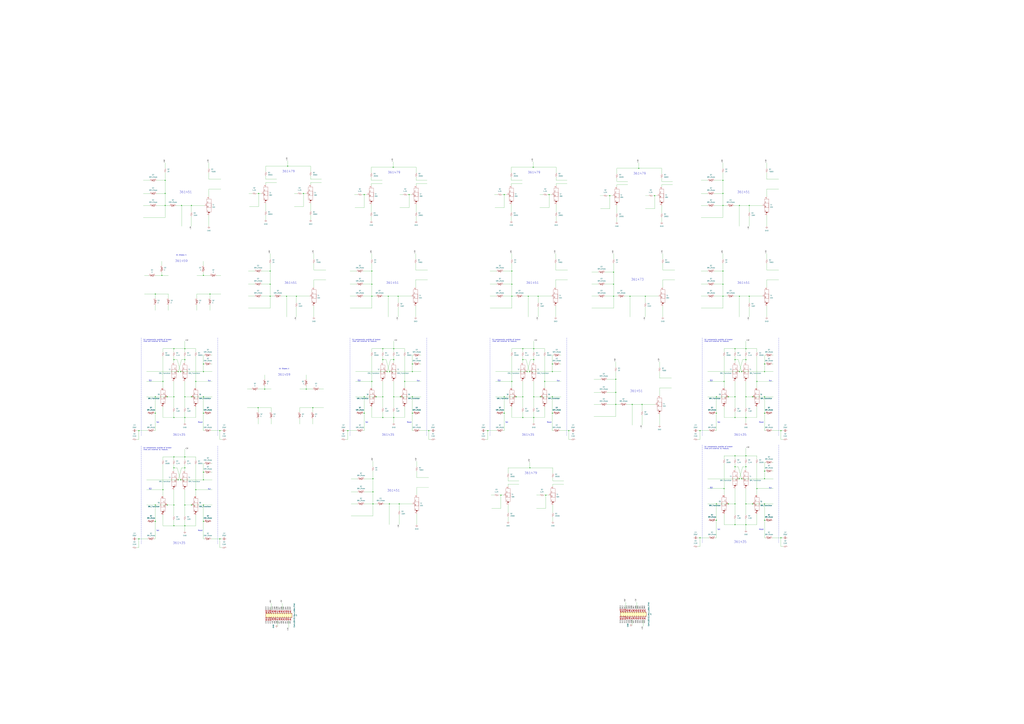
<source format=kicad_sch>
(kicad_sch (version 20211123) (generator eeschema)
  (paper "A0")
  (junction (at 566.42 500.38))
  (junction (at 607.06 405.13))
  (junction (at 201.93 610.87))
  (junction (at 313.69 314.96))
  (junction (at 906.78 500.38))
  (junction (at 352.425 224.79))
  (junction (at 599.44 461.01))
  (junction (at 201.93 485.14))
  (junction (at 887.73 556.26))
  (junction (at 227.33 568.9532))
  (junction (at 607.06 461.01))
  (junction (at 497.84 500.38))
  (junction (at 222.25 461.01))
  (junction (at 594.36 443.23))
  (junction (at 236.22 431.8))
  (junction (at 236.22 586.74))
  (junction (at 243.84 341.63))
  (junction (at 839.47 209.55))
  (junction (at 839.47 330.2))
  (junction (at 839.47 314.96))
  (junction (at 236.22 480.06))
  (junction (at 457.2 461.01))
  (junction (at 433.07 571.5))
  (junction (at 255.27 500.38))
  (junction (at 209.55 431.8))
  (junction (at 858.52 238.76))
  (junction (at 840.74 567.69))
  (junction (at 478.79 480.06))
  (junction (at 207.01 557.53))
  (junction (at 363.22 473.71))
  (junction (at 457.2 417.83))
  (junction (at 866.14 609.6))
  (junction (at 180.34 480.06))
  (junction (at 853.44 461.01))
  (junction (at 300.355 224.79))
  (junction (at 619.76 461.01))
  (junction (at 873.76 461.01))
  (junction (at 812.8 500.38))
  (junction (at 194.31 586.74))
  (junction (at 313.69 330.2))
  (junction (at 456.565 194.31))
  (junction (at 201.93 405.13))
  (junction (at 431.8 330.2))
  (junction (at 594.36 314.96))
  (junction (at 607.06 485.14))
  (junction (at 887.73 585.47))
  (junction (at 866.14 585.47))
  (junction (at 189.23 443.23))
  (junction (at 191.77 209.55))
  (junction (at 214.63 405.13))
  (junction (at 715.01 440.69))
  (junction (at 194.31 461.01))
  (junction (at 161.29 626.11))
  (junction (at 873.76 585.47))
  (junction (at 869.95 344.17))
  (junction (at 462.28 344.17))
  (junction (at 866.14 461.01))
  (junction (at 594.36 330.2))
  (junction (at 831.85 480.06))
  (junction (at 444.5 405.13))
  (junction (at 887.73 461.01))
  (junction (at 214.63 543.56))
  (junction (at 255.27 626.11))
  (junction (at 637.54 226.06))
  (junction (at 858.52 344.17))
  (junction (at 431.8 314.96))
  (junction (at 191.77 224.79))
  (junction (at 236.22 461.01))
  (junction (at 433.07 556.26))
  (junction (at 236.22 557.53))
  (junction (at 201.93 530.86))
  (junction (at 839.47 224.79))
  (junction (at 457.2 405.13))
  (junction (at 444.5 417.83))
  (junction (at 478.79 461.01))
  (junction (at 741.68 195.58))
  (junction (at 887.73 480.06))
  (junction (at 585.47 226.06))
  (junction (at 878.84 567.6832))
  (junction (at 641.35 422.91))
  (junction (at 627.38 461.01))
  (junction (at 731.52 344.17))
  (junction (at 853.44 542.29))
  (junction (at 436.88 461.01))
  (junction (at 585.47 461.01))
  (junction (at 853.44 485.14))
  (junction (at 624.84 344.17))
  (junction (at 214.63 610.87))
  (junction (at 334.01 193.04))
  (junction (at 633.73 575.31))
  (junction (at 812.8 624.84))
  (junction (at 207.01 431.8))
  (junction (at 887.73 547.37))
  (junction (at 858.52 556.26))
  (junction (at 887.73 431.8))
  (junction (at 214.63 530.86))
  (junction (at 858.52 431.8))
  (junction (at 201.93 417.83))
  (junction (at 227.33 443.2232))
  (junction (at 887.73 604.52))
  (junction (at 839.47 238.76))
  (junction (at 853.44 609.6))
  (junction (at 831.85 585.47))
  (junction (at 422.91 226.06))
  (junction (at 712.47 316.23))
  (junction (at 299.72 473.71))
  (junction (at 214.63 417.83))
  (junction (at 845.82 461.01))
  (junction (at 236.22 320.04))
  (junction (at 187.96 320.04))
  (junction (at 313.69 344.17))
  (junction (at 715.01 455.93))
  (junction (at 866.14 405.13))
  (junction (at 585.47 480.06))
  (junction (at 878.84 443.2232))
  (junction (at 641.35 480.06))
  (junction (at 433.07 585.47))
  (junction (at 853.44 405.13))
  (junction (at 355.6 452.12))
  (junction (at 619.125 194.31))
  (junction (at 236.22 605.79))
  (junction (at 201.93 543.56))
  (junction (at 180.34 341.63))
  (junction (at 307.34 452.12))
  (junction (at 839.47 344.17))
  (junction (at 189.23 568.96))
  (junction (at 712.47 344.17))
  (junction (at 422.91 461.01))
  (junction (at 632.46 443.2232))
  (junction (at 607.06 417.83))
  (junction (at 450.85 344.17))
  (junction (at 201.93 586.74))
  (junction (at 431.8 443.23))
  (junction (at 641.35 431.8))
  (junction (at 613.41 344.17))
  (junction (at 452.12 585.47))
  (junction (at 615.315 543.56))
  (junction (at 214.63 586.74))
  (junction (at 619.76 405.13))
  (junction (at 344.17 344.17))
  (junction (at 853.44 529.59))
  (junction (at 236.22 422.91))
  (junction (at 444.5 485.14))
  (junction (at 619.76 417.83))
  (junction (at 749.3 344.17))
  (junction (at 422.91 480.06))
  (junction (at 180.34 605.79))
  (junction (at 712.47 330.2))
  (junction (at 449.58 431.8))
  (junction (at 840.74 443.23))
  (junction (at 614.68 431.8))
  (junction (at 191.77 238.76))
  (junction (at 715.01 469.9))
  (junction (at 866.14 529.59))
  (junction (at 214.63 461.01))
  (junction (at 474.98 226.06))
  (junction (at 161.29 500.38))
  (junction (at 906.78 624.84))
  (junction (at 641.35 461.01))
  (junction (at 845.82 585.47))
  (junction (at 660.4 500.38))
  (junction (at 478.79 422.91))
  (junction (at 619.76 485.14))
  (junction (at 760.095 227.33))
  (junction (at 210.82 238.76))
  (junction (at 236.22 548.64))
  (junction (at 594.36 344.17))
  (junction (at 887.73 422.91))
  (junction (at 853.44 585.47))
  (junction (at 463.55 585.47))
  (junction (at 866.14 417.83))
  (junction (at 745.49 469.9))
  (junction (at 831.85 604.52))
  (junction (at 581.66 575.31))
  (junction (at 209.55 557.53))
  (junction (at 478.79 431.8))
  (junction (at 222.25 238.76))
  (junction (at 734.06 469.9))
  (junction (at 452.12 431.8))
  (junction (at 866.14 485.14))
  (junction (at 332.74 344.17))
  (junction (at 612.14 431.8))
  (junction (at 866.14 542.29))
  (junction (at 708.025 227.33))
  (junction (at 444.5 461.01))
  (junction (at 469.9 443.2232))
  (junction (at 180.34 586.74))
  (junction (at 861.06 556.26))
  (junction (at 431.8 344.17))
  (junction (at 831.85 461.01))
  (junction (at 201.93 461.01))
  (junction (at 457.2 485.14))
  (junction (at 214.63 485.14))
  (junction (at 853.44 417.83))
  (junction (at 869.95 238.76))
  (junction (at 403.86 500.38))
  (junction (at 180.34 461.01))
  (junction (at 464.82 461.01))
  (junction (at 222.25 586.74))
  (junction (at 861.06 431.8))
  (wire (pts (xy 407.67 556.26) (xy 415.29 556.26)))
  (wire (pts (xy 627.38 461.01) (xy 641.35 461.01)))
  (wire (pts (xy 420.37 226.06) (xy 422.91 226.06)))
  (wire (pts (xy 364.49 334.01) (xy 364.49 325.12)))
  (wire (pts (xy 821.69 461.01) (xy 831.85 461.01)))
  (wire (pts (xy 575.31 461.01) (xy 585.47 461.01)))
  (wire (pts (xy 890.27 219.71) (xy 904.24 219.71)))
  (wire (pts (xy 422.91 500.38) (xy 421.64 500.38)))
  (wire (pts (xy 474.98 241.3) (xy 474.98 226.06)))
  (wire (pts (xy 869.95 238.76) (xy 869.95 246.38)))
  (wire (pts (xy 812.8 624.84) (xy 810.26 624.84)))
  (wire (pts (xy 613.41 368.3) (xy 613.41 344.17)))
  (wire (pts (xy 896.62 624.84) (xy 906.78 624.84)))
  (wire (pts (xy 589.915 586.74) (xy 589.915 595.63)))
  (wire (pts (xy 568.96 314.96) (xy 576.58 314.96)))
  (wire (pts (xy 288.29 358.14) (xy 313.69 358.14)))
  (wire (pts (xy 300.355 224.79) (xy 303.53 224.79)))
  (wire (pts (xy 214.63 521.97) (xy 214.63 530.86)))
  (wire (pts (xy 431.165 194.31) (xy 456.565 194.31)))
  (wire (pts (xy 187.96 316.23) (xy 187.96 320.04)))
  (wire (pts (xy 243.84 354.33) (xy 243.84 360.68)))
  (wire (pts (xy 444.5 478.79) (xy 444.5 485.14)))
  (wire (pts (xy 364.49 325.12) (xy 378.46 325.12)))
  (wire (pts (xy 853.44 417.83) (xy 853.44 421.64)))
  (wire (pts (xy 201.93 586.74) (xy 201.93 599.44)))
  (wire (pts (xy 370.84 452.12) (xy 375.92 452.12)))
  (wire (pts (xy 645.795 237.49) (xy 645.795 246.38)))
  (wire (pts (xy 236.22 480.06) (xy 237.49 480.06)))
  (wire (pts (xy 626.745 226.06) (xy 630.555 226.06)))
  (wire (pts (xy 482.6 334.01) (xy 482.6 325.12)))
  (wire (pts (xy 853.44 538.48) (xy 853.44 542.29)))
  (wire (pts (xy 456.565 194.31) (xy 483.235 194.31)))
  (wire (pts (xy 741.68 195.58) (xy 768.35 195.58)))
  (wire (pts (xy 161.29 636.27) (xy 161.29 626.11)))
  (wire (pts (xy 431.165 237.49) (xy 431.165 246.38)))
  (wire (pts (xy 227.33 610.87) (xy 214.63 610.87)))
  (wire (pts (xy 214.63 405.13) (xy 227.33 405.13)))
  (wire (pts (xy 599.44 461.01) (xy 607.06 461.01)))
  (wire (pts (xy 563.88 510.54) (xy 566.42 510.54)))
  (wire (pts (xy 615.315 543.56) (xy 641.985 543.56)))
  (wire (pts (xy 712.47 306.07) (xy 712.47 316.23)))
  (wire (pts (xy 483.87 575.31) (xy 483.87 566.42)))
  (wire (pts (xy 245.11 500.38) (xy 255.27 500.38)))
  (wire (pts (xy 814.07 358.14) (xy 839.47 358.14)))
  (wire (pts (xy 462.28 356.87) (xy 462.28 368.3)))
  (wire (pts (xy 456.565 187.96) (xy 456.565 194.31)))
  (wire (pts (xy 483.235 213.36) (xy 495.935 213.36)))
  (wire (pts (xy 866.14 461.01) (xy 866.14 473.71)))
  (wire (pts (xy 866.14 609.6) (xy 853.44 609.6)))
  (wire (pts (xy 360.68 204.47) (xy 360.68 208.28)))
  (wire (pts (xy 853.44 461.01) (xy 853.44 443.23)))
  (wire (pts (xy 839.47 189.23) (xy 839.47 195.58)))
  (wire (pts (xy 161.29 500.38) (xy 158.75 500.38)))
  (wire (pts (xy 645.795 215.9) (xy 645.795 213.36)))
  (wire (pts (xy 452.12 585.47) (xy 463.55 585.47)))
  (wire (pts (xy 360.68 212.09) (xy 373.38 212.09)))
  (wire (pts (xy 708.025 227.33) (xy 711.2 227.33)))
  (wire (pts (xy 483.87 596.9) (xy 483.87 609.6)))
  (wire (pts (xy 768.35 217.17) (xy 768.35 214.63)))
  (wire (pts (xy 482.6 355.6) (xy 482.6 368.3)))
  (wire (pts (xy 633.73 575.31) (xy 636.905 575.31)))
  (wire (pts (xy 878.84 596.9) (xy 878.84 609.6)))
  (wire (pts (xy 433.07 556.26) (xy 433.07 571.5)))
  (wire (pts (xy 433.07 535.94) (xy 433.07 542.29)))
  (wire (pts (xy 227.33 472.44) (xy 227.33 485.14)))
  (wire (pts (xy 866.14 529.59) (xy 866.14 533.4)))
  (wire (pts (xy 422.91 461.01) (xy 422.91 480.06)))
  (wire (pts (xy 191.77 224.79) (xy 181.61 224.79)))
  (wire (pts (xy 214.63 543.56) (xy 214.63 547.37)))
  (wire (pts (xy 487.68 422.91) (xy 488.95 422.91)))
  (wire (pts (xy 228.6 354.33) (xy 228.6 360.68)))
  (wire (pts (xy 810.26 510.54) (xy 812.8 510.54)))
  (wire (pts (xy 497.84 500.38) (xy 500.38 500.38)))
  (wire (pts (xy 201.93 461.01) (xy 201.93 443.23)))
  (wire (pts (xy 322.58 721.36) (xy 322.58 727.71)))
  (wire (pts (xy 839.47 330.2) (xy 829.31 330.2)))
  (wire (pts (xy 431.165 205.74) (xy 431.165 209.55)))
  (wire (pts (xy 201.93 461.01) (xy 201.93 473.71)))
  (wire (pts (xy 236.22 461.01) (xy 236.22 480.06)))
  (wire (pts (xy 866.14 585.47) (xy 873.76 585.47)))
  (wire (pts (xy 242.57 200.66) (xy 242.57 208.28)))
  (wire (pts (xy 712.47 344.17) (xy 717.55 344.17)))
  (wire (pts (xy 180.34 626.11) (xy 179.07 626.11)))
  (wire (pts (xy 734.06 720.09) (xy 734.06 726.44)))
  (wire (pts (xy 227.33 539.75) (xy 227.33 568.9532)))
  (wire (pts (xy 906.78 635) (xy 906.78 624.84)))
  (wire (pts (xy 725.17 344.17) (xy 731.52 344.17)))
  (wire (pts (xy 697.23 242.57) (xy 708.025 242.57)))
  (wire (pts (xy 431.8 314.96) (xy 421.64 314.96)))
  (wire (pts (xy 433.07 571.5) (xy 433.07 585.47)))
  (wire (pts (xy 255.27 500.38) (xy 257.81 500.38)))
  (wire (pts (xy 769.62 306.07) (xy 769.62 313.69)))
  (wire (pts (xy 582.93 226.06) (xy 585.47 226.06)))
  (wire (pts (xy 363.22 473.71) (xy 363.22 478.79)))
  (wire (pts (xy 181.61 238.76) (xy 191.77 238.76)))
  (wire (pts (xy 245.11 412.75) (xy 246.38 412.75)))
  (wire (pts (xy 431.165 209.55) (xy 443.865 209.55)))
  (wire (pts (xy 716.28 257.81) (xy 716.28 252.73)))
  (wire (pts (xy 887.73 624.84) (xy 889 624.84)))
  (wire (pts (xy 734.06 494.03) (xy 734.06 469.9)))
  (wire (pts (xy 180.34 354.33) (xy 180.34 360.68)))
  (wire (pts (xy 887.73 422.91) (xy 889 422.91)))
  (wire (pts (xy 853.44 609.6) (xy 840.74 609.6)))
  (wire (pts (xy 463.55 598.17) (xy 463.55 609.6)))
  (polyline (pts (xy 495.3 392.43) (xy 495.3 506.73)))
  (wire (pts (xy 619.125 187.96) (xy 619.125 194.31)))
  (wire (pts (xy 236.22 548.64) (xy 236.22 557.53)))
  (wire (pts (xy 483.235 205.74) (xy 483.235 209.55)))
  (wire (pts (xy 641.985 543.56) (xy 641.985 549.91)))
  (wire (pts (xy 180.34 461.01) (xy 194.31 461.01)))
  (polyline (pts (xy 904.24 516.89) (xy 904.24 631.19)))
  (wire (pts (xy 187.96 320.04) (xy 195.58 320.04)))
  (wire (pts (xy 412.75 443.23) (xy 431.8 443.23)))
  (polyline (pts (xy 815.34 516.89) (xy 815.34 631.19)))
  (wire (pts (xy 245.11 422.91) (xy 246.38 422.91)))
  (wire (pts (xy 593.725 200.66) (xy 593.725 194.31)))
  (wire (pts (xy 313.69 314.96) (xy 303.53 314.96)))
  (wire (pts (xy 831.85 500.38) (xy 830.58 500.38)))
  (wire (pts (xy 909.32 635) (xy 906.78 635)))
  (wire (pts (xy 607.06 478.79) (xy 607.06 485.14)))
  (wire (pts (xy 214.63 586.74) (xy 214.63 599.44)))
  (wire (pts (xy 474.98 226.06) (xy 478.155 226.06)))
  (wire (pts (xy 589.915 558.8) (xy 602.615 558.8)))
  (wire (pts (xy 421.64 344.17) (xy 431.8 344.17)))
  (wire (pts (xy 593.725 213.36) (xy 606.425 213.36)))
  (wire (pts (xy 568.96 344.17) (xy 576.58 344.17)))
  (wire (pts (xy 641.35 480.06) (xy 641.35 500.38)))
  (wire (pts (xy 831.85 604.52) (xy 831.85 624.84)))
  (wire (pts (xy 704.85 469.9) (xy 715.01 469.9)))
  (wire (pts (xy 712.47 358.14) (xy 712.47 344.17)))
  (wire (pts (xy 407.67 571.5) (xy 415.29 571.5)))
  (wire (pts (xy 222.25 238.76) (xy 222.25 246.38)))
  (wire (pts (xy 482.6 325.12) (xy 496.57 325.12)))
  (wire (pts (xy 191.77 252.73) (xy 191.77 238.76)))
  (wire (pts (xy 632.46 472.44) (xy 632.46 485.14)))
  (wire (pts (xy 890.27 200.66) (xy 890.27 208.28)))
  (wire (pts (xy 624.84 344.17) (xy 624.84 351.79)))
  (wire (pts (xy 594.36 344.17) (xy 599.44 344.17)))
  (wire (pts (xy 478.79 431.8) (xy 488.95 431.8)))
  (wire (pts (xy 360.68 236.22) (xy 360.68 245.11)))
  (wire (pts (xy 769.62 313.69) (xy 783.59 313.69)))
  (wire (pts (xy 687.07 330.2) (xy 694.69 330.2)))
  (wire (pts (xy 829.31 238.76) (xy 839.47 238.76)))
  (wire (pts (xy 570.23 575.31) (xy 574.04 575.31)))
  (wire (pts (xy 463.55 585.47) (xy 478.79 585.47)))
  (wire (pts (xy 444.5 417.83) (xy 444.5 421.64)))
  (wire (pts (xy 831.85 604.52) (xy 830.58 604.52)))
  (wire (pts (xy 570.865 590.55) (xy 581.66 590.55)))
  (wire (pts (xy 768.35 252.73) (xy 768.35 257.81)))
  (wire (pts (xy 242.57 228.6) (xy 242.57 219.71)))
  (wire (pts (xy 645.795 205.74) (xy 645.795 209.55)))
  (wire (pts (xy 887.73 585.47) (xy 897.89 585.47)))
  (wire (pts (xy 853.44 542.29) (xy 857.25 542.29)))
  (wire (pts (xy 624.84 356.87) (xy 624.84 368.3)))
  (wire (pts (xy 191.77 189.23) (xy 191.77 195.58)))
  (wire (pts (xy 355.6 452.12) (xy 347.98 452.12)))
  (wire (pts (xy 619.125 194.31) (xy 645.795 194.31)))
  (wire (pts (xy 236.22 412.75) (xy 236.22 422.91)))
  (wire (pts (xy 236.22 320.04) (xy 228.6 320.04)))
  (wire (pts (xy 594.36 306.07) (xy 594.36 314.96)))
  (wire (pts (xy 236.22 557.53) (xy 246.38 557.53)))
  (wire (pts (xy 189.23 610.87) (xy 189.23 598.17)))
  (wire (pts (xy 497.84 510.54) (xy 497.84 500.38)))
  (wire (pts (xy 890.27 355.6) (xy 890.27 368.3)))
  (wire (pts (xy 363.22 473.71) (xy 347.98 473.71)))
  (wire (pts (xy 839.47 314.96) (xy 829.31 314.96)))
  (wire (pts (xy 641.35 500.38) (xy 642.62 500.38)))
  (wire (pts (xy 896.62 500.38) (xy 906.78 500.38)))
  (wire (pts (xy 887.73 537.21) (xy 889 537.21)))
  (wire (pts (xy 857.25 542.29) (xy 861.06 556.26)))
  (wire (pts (xy 161.29 626.11) (xy 158.75 626.11)))
  (wire (pts (xy 347.98 478.79) (xy 347.98 473.71)))
  (wire (pts (xy 641.35 422.91) (xy 641.35 431.8)))
  (wire (pts (xy 201.93 485.14) (xy 189.23 485.14)))
  (wire (pts (xy 236.22 316.23) (xy 236.22 320.04)))
  (wire (pts (xy 749.3 344.17) (xy 749.3 351.79)))
  (wire (pts (xy 161.29 500.38) (xy 171.45 500.38)))
  (wire (pts (xy 255.27 510.54) (xy 255.27 500.38)))
  (wire (pts (xy 866.14 603.25) (xy 866.14 609.6)))
  (wire (pts (xy 878.84 414.02) (xy 878.84 443.2232)))
  (wire (pts (xy 189.23 530.86) (xy 201.93 530.86)))
  (wire (pts (xy 878.84 609.6) (xy 866.14 609.6)))
  (wire (pts (xy 191.77 224.79) (xy 191.77 238.76)))
  (wire (pts (xy 839.47 294.64) (xy 839.47 300.99)))
  (wire (pts (xy 852.17 238.76) (xy 858.52 238.76)))
  (wire (pts (xy 313.69 358.14) (xy 313.69 344.17)))
  (wire (pts (xy 568.96 330.2) (xy 576.58 330.2)))
  (wire (pts (xy 363.22 452.12) (xy 355.6 452.12)))
  (wire (pts (xy 360.68 250.19) (xy 360.68 255.27)))
  (wire (pts (xy 255.27 636.27) (xy 255.27 626.11)))
  (wire (pts (xy 632.46 443.2232) (xy 651.51 443.2232)))
  (wire (pts (xy 581.66 575.31) (xy 584.835 575.31)))
  (wire (pts (xy 857.25 417.83) (xy 861.06 431.8)))
  (wire (pts (xy 236.22 605.79) (xy 236.22 626.11)))
  (wire (pts (xy 227.33 405.13) (xy 227.33 408.94)))
  (wire (pts (xy 866.14 417.83) (xy 862.33 417.83)))
  (wire (pts (xy 326.39 344.17) (xy 332.74 344.17)))
  (wire (pts (xy 840.74 485.14) (xy 840.74 472.44)))
  (wire (pts (xy 853.44 585.47) (xy 853.44 567.69)))
  (wire (pts (xy 422.91 241.3) (xy 422.91 226.06)))
  (wire (pts (xy 812.8 624.84) (xy 822.96 624.84)))
  (wire (pts (xy 632.46 414.02) (xy 632.46 443.2232)))
  (wire (pts (xy 431.8 405.13) (xy 431.8 408.94)))
  (wire (pts (xy 566.42 500.38) (xy 576.58 500.38)))
  (wire (pts (xy 715.01 420.37) (xy 715.01 426.72)))
  (wire (pts (xy 201.93 539.75) (xy 201.93 543.56)))
  (wire (pts (xy 444.5 461.01) (xy 444.5 473.71)))
  (wire (pts (xy 243.84 341.63) (xy 228.6 341.63)))
  (wire (pts (xy 407.67 599.44) (xy 433.07 599.44)))
  (wire (pts (xy 347.98 486.41) (xy 347.98 492.76)))
  (wire (pts (xy 201.93 417.83) (xy 205.74 417.83)))
  (wire (pts (xy 289.56 240.03) (xy 300.355 240.03)))
  (wire (pts (xy 214.63 586.74) (xy 222.25 586.74)))
  (wire (pts (xy 858.52 238.76) (xy 869.95 238.76)))
  (wire (pts (xy 307.34 435.61) (xy 307.34 440.69)))
  (wire (pts (xy 462.28 344.17) (xy 477.52 344.17)))
  (wire (pts (xy 637.54 241.3) (xy 637.54 226.06)))
  (wire (pts (xy 853.44 405.13) (xy 853.44 408.94)))
  (wire (pts (xy 866.14 461.01) (xy 873.76 461.01)))
  (wire (pts (xy 483.87 566.42) (xy 497.84 566.42)))
  (wire (pts (xy 341.63 240.03) (xy 352.425 240.03)))
  (wire (pts (xy 619.76 461.01) (xy 627.38 461.01)))
  (wire (pts (xy 448.31 417.83) (xy 452.12 431.8)))
  (wire (pts (xy 457.2 478.79) (xy 457.2 485.14)))
  (wire (pts (xy 327.66 701.04) (xy 327.66 708.66)))
  (wire (pts (xy 619.76 443.23) (xy 619.76 461.01)))
  (wire (pts (xy 355.6 435.61) (xy 355.6 440.69)))
  (wire (pts (xy 866.14 478.79) (xy 866.14 485.14)))
  (wire (pts (xy 228.6 346.71) (xy 228.6 341.63)))
  (wire (pts (xy 873.76 585.47) (xy 887.73 585.47)))
  (wire (pts (xy 189.23 539.75) (xy 189.23 568.96)))
  (wire (pts (xy 457.2 405.13) (xy 469.9 405.13)))
  (wire (pts (xy 335.28 721.36) (xy 335.28 728.98)))
  (wire (pts (xy 201.93 478.79) (xy 201.93 485.14)))
  (wire (pts (xy 645.16 325.12) (xy 659.13 325.12)))
  (wire (pts (xy 227.33 598.17) (xy 227.33 610.87)))
  (wire (pts (xy 589.915 554.99) (xy 589.915 558.8)))
  (wire (pts (xy 831.85 480.06) (xy 831.85 500.38)))
  (wire (pts (xy 288.29 344.17) (xy 295.91 344.17)))
  (wire (pts (xy 431.165 200.66) (xy 431.165 194.31)))
  (wire (pts (xy 487.68 500.38) (xy 497.84 500.38)))
  (wire (pts (xy 222.25 461.01) (xy 236.22 461.01)))
  (wire (pts (xy 862.33 417.83) (xy 858.52 431.8)))
  (wire (pts (xy 715.01 440.69) (xy 704.85 440.69)))
  (wire (pts (xy 869.95 344.17) (xy 869.95 351.79)))
  (wire (pts (xy 236.22 480.06) (xy 236.22 500.38)))
  (wire (pts (xy 236.22 586.74) (xy 246.38 586.74)))
  (wire (pts (xy 180.34 605.79) (xy 180.34 626.11)))
  (wire (pts (xy 831.85 480.06) (xy 830.58 480.06)))
  (wire (pts (xy 245.11 626.11) (xy 255.27 626.11)))
  (wire (pts (xy 607.06 485.14) (xy 594.36 485.14)))
  (wire (pts (xy 593.725 237.49) (xy 593.725 246.38)))
  (wire (pts (xy 594.36 330.2) (xy 584.2 330.2)))
  (wire (pts (xy 840.74 405.13) (xy 853.44 405.13)))
  (wire (pts (xy 769.62 294.64) (xy 769.62 300.99)))
  (wire (pts (xy 307.34 452.12) (xy 314.96 452.12)))
  (wire (pts (xy 585.47 461.01) (xy 585.47 480.06)))
  (wire (pts (xy 214.63 461.01) (xy 214.63 473.71)))
  (wire (pts (xy 308.61 204.47) (xy 308.61 208.28)))
  (wire (pts (xy 483.235 209.55) (xy 495.935 209.55)))
  (wire (pts (xy 585.47 241.3) (xy 585.47 226.06)))
  (wire (pts (xy 308.61 236.22) (xy 308.61 245.11)))
  (wire (pts (xy 431.8 294.64) (xy 431.8 300.99)))
  (wire (pts (xy 191.77 209.55) (xy 191.77 224.79)))
  (wire (pts (xy 473.075 226.06) (xy 474.98 226.06)))
  (wire (pts (xy 641.985 558.8) (xy 654.685 558.8)))
  (wire (pts (xy 594.36 405.13) (xy 607.06 405.13)))
  (wire (pts (xy 180.34 586.74) (xy 180.34 605.79)))
  (wire (pts (xy 255.27 626.11) (xy 257.81 626.11)))
  (wire (pts (xy 579.12 575.31) (xy 581.66 575.31)))
  (wire (pts (xy 575.31 431.8) (xy 612.14 431.8)))
  (wire (pts (xy 483.235 237.49) (xy 483.235 246.38)))
  (wire (pts (xy 166.37 238.76) (xy 173.99 238.76)))
  (wire (pts (xy 814.07 209.55) (xy 821.69 209.55)))
  (wire (pts (xy 478.79 422.91) (xy 478.79 431.8)))
  (wire (pts (xy 715.01 455.93) (xy 704.85 455.93)))
  (wire (pts (xy 866.14 405.13) (xy 866.14 408.94)))
  (wire (pts (xy 594.36 330.2) (xy 594.36 344.17)))
  (wire (pts (xy 585.47 500.38) (xy 584.2 500.38)))
  (wire (pts (xy 624.84 344.17) (xy 640.08 344.17)))
  (wire (pts (xy 866.14 585.47) (xy 866.14 598.17)))
  (wire (pts (xy 568.96 358.14) (xy 594.36 358.14)))
  (wire (pts (xy 768.35 214.63) (xy 781.05 214.63)))
  (wire (pts (xy 637.54 226.06) (xy 640.715 226.06)))
  (wire (pts (xy 287.02 473.71) (xy 299.72 473.71)))
  (wire (pts (xy 589.915 605.79) (xy 589.915 600.71)))
  (wire (pts (xy 641.985 586.74) (xy 641.985 595.63)))
  (wire (pts (xy 214.63 485.14) (xy 214.63 491.49)))
  (wire (pts (xy 593.725 209.55) (xy 606.425 209.55)))
  (wire (pts (xy 422.91 480.06) (xy 422.91 500.38)))
  (wire (pts (xy 716.28 195.58) (xy 741.68 195.58)))
  (wire (pts (xy 406.4 330.2) (xy 414.02 330.2)))
  (wire (pts (xy 469.9 405.13) (xy 469.9 408.94)))
  (wire (pts (xy 566.42 510.54) (xy 566.42 500.38)))
  (wire (pts (xy 469.9 443.2232) (xy 488.95 443.2232)))
  (wire (pts (xy 214.63 530.86) (xy 227.33 530.86)))
  (wire (pts (xy 622.935 575.31) (xy 626.745 575.31)))
  (wire (pts (xy 734.06 469.9) (xy 745.49 469.9)))
  (wire (pts (xy 257.81 636.27) (xy 255.27 636.27)))
  (wire (pts (xy 853.44 461.01) (xy 853.44 473.71)))
  (wire (pts (xy 589.915 562.61) (xy 602.615 562.61)))
  (wire (pts (xy 180.34 586.74) (xy 194.31 586.74)))
  (polyline (pts (xy 657.86 392.43) (xy 657.86 506.73)))
  (wire (pts (xy 313.69 294.64) (xy 313.69 300.99)))
  (wire (pts (xy 619.76 414.02) (xy 619.76 417.83)))
  (wire (pts (xy 887.73 604.52) (xy 889 604.52)))
  (wire (pts (xy 702.31 344.17) (xy 712.47 344.17)))
  (wire (pts (xy 829.31 344.17) (xy 839.47 344.17)))
  (wire (pts (xy 839.47 252.73) (xy 839.47 238.76)))
  (wire (pts (xy 585.47 480.06) (xy 585.47 500.38)))
  (wire (pts (xy 201.93 543.56) (xy 205.74 543.56)))
  (wire (pts (xy 619.76 478.79) (xy 619.76 485.14)))
  (wire (pts (xy 814.07 252.73) (xy 839.47 252.73)))
  (wire (pts (xy 403.86 500.38) (xy 414.02 500.38)))
  (wire (pts (xy 594.36 358.14) (xy 594.36 344.17)))
  (wire (pts (xy 431.165 215.9) (xy 431.165 213.36)))
  (wire (pts (xy 222.25 238.76) (xy 237.49 238.76)))
  (wire (pts (xy 765.81 481.33) (xy 765.81 494.03)))
  (wire (pts (xy 613.41 344.17) (xy 624.84 344.17)))
  (wire (pts (xy 189.23 405.13) (xy 189.23 408.94)))
  (wire (pts (xy 431.165 256.54) (xy 431.165 251.46)))
  (wire (pts (xy 334.01 186.69) (xy 334.01 193.04)))
  (wire (pts (xy 201.93 604.52) (xy 201.93 610.87)))
  (wire (pts (xy 412.115 241.3) (xy 422.91 241.3)))
  (wire (pts (xy 853.44 603.25) (xy 853.44 609.6)))
  (wire (pts (xy 641.35 480.06) (xy 642.62 480.06)))
  (wire (pts (xy 594.36 314.96) (xy 584.2 314.96)))
  (wire (pts (xy 158.75 636.27) (xy 161.29 636.27)))
  (wire (pts (xy 632.46 443.2232) (xy 632.46 450.85)))
  (wire (pts (xy 469.9 443.2232) (xy 469.9 450.85)))
  (wire (pts (xy 478.79 480.06) (xy 478.79 500.38)))
  (wire (pts (xy 236.22 548.64) (xy 237.49 548.64)))
  (wire (pts (xy 619.76 405.13) (xy 619.76 408.94)))
  (wire (pts (xy 478.79 480.06) (xy 480.06 480.06)))
  (wire (pts (xy 575.31 443.23) (xy 594.36 443.23)))
  (wire (pts (xy 167.64 320.04) (xy 172.72 320.04)))
  (wire (pts (xy 866.14 485.14) (xy 853.44 485.14)))
  (wire (pts (xy 765.81 431.8) (xy 765.81 439.42)))
  (wire (pts (xy 431.8 485.14) (xy 431.8 472.44)))
  (wire (pts (xy 360.68 214.63) (xy 360.68 212.09)))
  (wire (pts (xy 645.16 313.69) (xy 659.13 313.69)))
  (wire (pts (xy 632.46 485.14) (xy 619.76 485.14)))
  (wire (pts (xy 433.07 556.26) (xy 422.91 556.26)))
  (wire (pts (xy 858.52 368.3) (xy 858.52 344.17)))
  (wire (pts (xy 483.87 535.94) (xy 483.87 542.29)))
  (wire (pts (xy 878.84 538.48) (xy 878.84 567.6832)))
  (wire (pts (xy 887.73 547.37) (xy 887.73 556.26)))
  (wire (pts (xy 712.47 330.2) (xy 702.31 330.2)))
  (wire (pts (xy 483.235 251.46) (xy 483.235 256.54)))
  (wire (pts (xy 214.63 461.01) (xy 222.25 461.01)))
  (wire (pts (xy 749.3 242.57) (xy 760.095 242.57)))
  (wire (pts (xy 878.84 472.44) (xy 878.84 485.14)))
  (wire (pts (xy 660.4 510.54) (xy 660.4 500.38)))
  (wire (pts (xy 431.8 330.2) (xy 421.64 330.2)))
  (polyline (pts (xy 252.73 392.43) (xy 252.73 506.73)))
  (wire (pts (xy 205.74 417.83) (xy 209.55 431.8)))
  (wire (pts (xy 887.73 461.01) (xy 887.73 480.06)))
  (wire (pts (xy 689.61 440.69) (xy 697.23 440.69)))
  (wire (pts (xy 887.73 537.21) (xy 887.73 547.37)))
  (wire (pts (xy 308.61 199.39) (xy 308.61 193.04)))
  (polyline (pts (xy 406.4 392.43) (xy 406.4 506.73)))
  (wire (pts (xy 227.33 568.9532) (xy 246.38 568.9532)))
  (wire (pts (xy 457.2 443.23) (xy 457.2 461.01)))
  (wire (pts (xy 445.77 585.47) (xy 452.12 585.47)))
  (wire (pts (xy 403.86 500.38) (xy 401.32 500.38)))
  (wire (pts (xy 814.07 224.79) (xy 821.69 224.79)))
  (wire (pts (xy 344.17 344.17) (xy 359.41 344.17)))
  (wire (pts (xy 187.96 303.53) (xy 187.96 308.61)))
  (wire (pts (xy 712.47 294.64) (xy 712.47 300.99)))
  (wire (pts (xy 191.77 209.55) (xy 181.61 209.55)))
  (wire (pts (xy 896.62 537.21) (xy 897.89 537.21)))
  (wire (pts (xy 645.795 209.55) (xy 658.495 209.55)))
  (wire (pts (xy 313.69 344.17) (xy 318.77 344.17)))
  (wire (pts (xy 236.22 626.11) (xy 237.49 626.11)))
  (wire (pts (xy 214.63 414.02) (xy 214.63 417.83)))
  (wire (pts (xy 452.12 431.8) (xy 478.79 431.8)))
  (wire (pts (xy 201.93 414.02) (xy 201.93 417.83)))
  (wire (pts (xy 768.35 238.76) (xy 768.35 247.65)))
  (wire (pts (xy 615.95 417.83) (xy 612.14 431.8)))
  (wire (pts (xy 839.47 238.76) (xy 844.55 238.76)))
  (wire (pts (xy 161.29 626.11) (xy 171.45 626.11)))
  (wire (pts (xy 431.8 314.96) (xy 431.8 330.2)))
  (wire (pts (xy 887.73 431.8) (xy 897.89 431.8)))
  (wire (pts (xy 645.795 213.36) (xy 658.495 213.36)))
  (wire (pts (xy 170.18 443.23) (xy 189.23 443.23)))
  (wire (pts (xy 645.795 194.31) (xy 645.795 200.66)))
  (wire (pts (xy 242.57 208.28) (xy 256.54 208.28)))
  (wire (pts (xy 878.84 529.59) (xy 878.84 533.4)))
  (wire (pts (xy 831.85 461.01) (xy 845.82 461.01)))
  (wire (pts (xy 180.34 341.63) (xy 195.58 341.63)))
  (wire (pts (xy 236.22 412.75) (xy 237.49 412.75)))
  (wire (pts (xy 444.5 405.13) (xy 444.5 408.94)))
  (wire (pts (xy 619.76 417.83) (xy 615.95 417.83)))
  (wire (pts (xy 821.69 567.69) (xy 840.74 567.69)))
  (wire (pts (xy 896.62 412.75) (xy 897.89 412.75)))
  (wire (pts (xy 769.62 355.6) (xy 769.62 368.3)))
  (wire (pts (xy 607.06 405.13) (xy 619.76 405.13)))
  (wire (pts (xy 478.79 461.01) (xy 488.95 461.01)))
  (wire (pts (xy 457.2 485.14) (xy 444.5 485.14)))
  (wire (pts (xy 300.355 240.03) (xy 300.355 224.79)))
  (wire (pts (xy 765.81 439.42) (xy 779.78 439.42)))
  (wire (pts (xy 861.06 556.26) (xy 887.73 556.26)))
  (wire (pts (xy 195.58 354.33) (xy 195.58 360.68)))
  (wire (pts (xy 619.76 417.83) (xy 619.76 421.64)))
  (wire (pts (xy 631.825 575.31) (xy 633.73 575.31)))
  (wire (pts (xy 431.8 358.14) (xy 431.8 344.17)))
  (wire (pts (xy 209.55 431.8) (xy 236.22 431.8)))
  (wire (pts (xy 810.26 635) (xy 812.8 635)))
  (wire (pts (xy 716.28 217.17) (xy 716.28 214.63)))
  (wire (pts (xy 444.5 417.83) (xy 448.31 417.83)))
  (wire (pts (xy 214.63 539.75) (xy 214.63 543.56)))
  (wire (pts (xy 716.28 214.63) (xy 728.98 214.63)))
  (wire (pts (xy 619.76 485.14) (xy 607.06 485.14)))
  (wire (pts (xy 236.22 422.91) (xy 237.49 422.91)))
  (wire (pts (xy 839.47 209.55) (xy 839.47 224.79)))
  (wire (pts (xy 422.91 461.01) (xy 436.88 461.01)))
  (wire (pts (xy 619.76 485.14) (xy 619.76 491.49)))
  (wire (pts (xy 457.2 405.13) (xy 457.2 408.94)))
  (wire (pts (xy 607.06 405.13) (xy 607.06 408.94)))
  (wire (pts (xy 585.47 461.01) (xy 599.44 461.01)))
  (wire (pts (xy 749.3 344.17) (xy 764.54 344.17)))
  (wire (pts (xy 641.35 422.91) (xy 642.62 422.91)))
  (wire (pts (xy 210.82 238.76) (xy 222.25 238.76)))
  (wire (pts (xy 407.67 585.47) (xy 415.29 585.47)))
  (wire (pts (xy 364.49 313.69) (xy 378.46 313.69)))
  (wire (pts (xy 749.3 227.33) (xy 753.11 227.33)))
  (wire (pts (xy 890.27 208.28) (xy 904.24 208.28)))
  (wire (pts (xy 715.01 431.8) (xy 715.01 440.69)))
  (wire (pts (xy 887.73 461.01) (xy 897.89 461.01)))
  (wire (pts (xy 194.31 461.01) (xy 201.93 461.01)))
  (wire (pts (xy 180.34 605.79) (xy 179.07 605.79)))
  (wire (pts (xy 593.725 215.9) (xy 593.725 213.36)))
  (wire (pts (xy 641.985 565.15) (xy 641.985 562.61)))
  (wire (pts (xy 715.01 440.69) (xy 715.01 455.93)))
  (wire (pts (xy 760.095 227.33) (xy 763.27 227.33)))
  (wire (pts (xy 887.73 547.37) (xy 889 547.37)))
  (wire (pts (xy 650.24 500.38) (xy 660.4 500.38)))
  (wire (pts (xy 288.29 330.2) (xy 295.91 330.2)))
  (wire (pts (xy 170.18 431.8) (xy 207.01 431.8)))
  (wire (pts (xy 890.27 306.07) (xy 890.27 313.69)))
  (wire (pts (xy 866.14 443.23) (xy 866.14 461.01)))
  (wire (pts (xy 619.76 396.24) (xy 619.76 405.13)))
  (wire (pts (xy 299.72 473.71) (xy 314.96 473.71)))
  (wire (pts (xy 180.34 461.01) (xy 180.34 480.06)))
  (wire (pts (xy 890.27 313.69) (xy 904.24 313.69)))
  (wire (pts (xy 878.84 485.14) (xy 866.14 485.14)))
  (wire (pts (xy 866.14 520.7) (xy 866.14 529.59)))
  (wire (pts (xy 645.16 355.6) (xy 645.16 368.3)))
  (wire (pts (xy 869.95 238.76) (xy 885.19 238.76)))
  (wire (pts (xy 201.93 405.13) (xy 214.63 405.13)))
  (wire (pts (xy 341.63 224.79) (xy 345.44 224.79)))
  (wire (pts (xy 422.91 480.06) (xy 421.64 480.06)))
  (wire (pts (xy 433.07 547.37) (xy 433.07 556.26)))
  (polyline (pts (xy 163.83 518.16) (xy 163.83 632.46)))
  (wire (pts (xy 607.06 417.83) (xy 610.87 417.83)))
  (wire (pts (xy 483.235 215.9) (xy 483.235 213.36)))
  (wire (pts (xy 768.35 210.82) (xy 781.05 210.82)))
  (wire (pts (xy 866.14 567.69) (xy 866.14 585.47)))
  (polyline (pts (xy 252.73 518.16) (xy 252.73 632.46)))
  (wire (pts (xy 887.73 412.75) (xy 887.73 422.91)))
  (wire (pts (xy 840.74 414.02) (xy 840.74 443.23)))
  (wire (pts (xy 645.16 306.07) (xy 645.16 313.69)))
  (wire (pts (xy 584.2 344.17) (xy 594.36 344.17)))
  (wire (pts (xy 607.06 417.83) (xy 607.06 421.64)))
  (wire (pts (xy 401.32 510.54) (xy 403.86 510.54)))
  (wire (pts (xy 581.66 590.55) (xy 581.66 575.31)))
  (wire (pts (xy 214.63 396.24) (xy 214.63 405.13)))
  (wire (pts (xy 299.72 473.71) (xy 299.72 478.79)))
  (wire (pts (xy 853.44 542.29) (xy 853.44 546.1)))
  (wire (pts (xy 839.47 330.2) (xy 839.47 344.17)))
  (wire (pts (xy 645.16 294.64) (xy 645.16 300.99)))
  (wire (pts (xy 457.2 461.01) (xy 457.2 473.71)))
  (wire (pts (xy 641.985 554.99) (xy 641.985 558.8)))
  (wire (pts (xy 444.5 344.17) (xy 450.85 344.17)))
  (wire (pts (xy 214.63 405.13) (xy 214.63 408.94)))
  (wire (pts (xy 887.73 422.91) (xy 887.73 431.8)))
  (wire (pts (xy 814.07 344.17) (xy 821.69 344.17)))
  (wire (pts (xy 236.22 431.8) (xy 246.38 431.8)))
  (wire (pts (xy 444.5 461.01) (xy 444.5 443.23)))
  (wire (pts (xy 831.85 585.47) (xy 845.82 585.47)))
  (wire (pts (xy 236.22 605.79) (xy 237.49 605.79)))
  (wire (pts (xy 210.82 417.83) (xy 207.01 431.8)))
  (wire (pts (xy 214.63 530.86) (xy 214.63 534.67)))
  (wire (pts (xy 852.17 344.17) (xy 858.52 344.17)))
  (wire (pts (xy 831.85 624.84) (xy 830.58 624.84)))
  (wire (pts (xy 462.28 344.17) (xy 462.28 351.79)))
  (wire (pts (xy 201.93 530.86) (xy 201.93 534.67)))
  (wire (pts (xy 839.47 344.17) (xy 844.55 344.17)))
  (wire (pts (xy 204.47 238.76) (xy 210.82 238.76)))
  (wire (pts (xy 469.9 472.44) (xy 469.9 485.14)))
  (wire (pts (xy 487.68 412.75) (xy 488.95 412.75)))
  (wire (pts (xy 469.9 414.02) (xy 469.9 443.2232)))
  (wire (pts (xy 482.6 306.07) (xy 482.6 313.69)))
  (wire (pts (xy 457.2 485.14) (xy 457.2 491.49)))
  (wire (pts (xy 210.82 543.56) (xy 207.01 557.53)))
  (wire (pts (xy 360.68 193.04) (xy 360.68 199.39)))
  (wire (pts (xy 593.725 256.54) (xy 593.725 251.46)))
  (wire (pts (xy 712.47 316.23) (xy 712.47 330.2)))
  (wire (pts (xy 314.96 486.41) (xy 314.96 492.76)))
  (wire (pts (xy 574.675 241.3) (xy 585.47 241.3)))
  (wire (pts (xy 444.5 405.13) (xy 457.2 405.13)))
  (polyline (pts (xy 163.83 392.43) (xy 163.83 506.73)))
  (wire (pts (xy 352.425 240.03) (xy 352.425 224.79)))
  (wire (pts (xy 746.76 720.09) (xy 746.76 727.71)))
  (wire (pts (xy 189.23 414.02) (xy 189.23 443.23)))
  (wire (pts (xy 840.74 529.59) (xy 840.74 533.4)))
  (wire (pts (xy 840.74 443.23) (xy 840.74 450.85)))
  (wire (pts (xy 364.49 306.07) (xy 364.49 313.69)))
  (wire (pts (xy 245.11 548.64) (xy 246.38 548.64)))
  (wire (pts (xy 853.44 529.59) (xy 866.14 529.59)))
  (wire (pts (xy 433.07 571.5) (xy 422.91 571.5)))
  (wire (pts (xy 615.315 537.21) (xy 615.315 543.56)))
  (wire (pts (xy 457.2 417.83) (xy 453.39 417.83)))
  (wire (pts (xy 715.01 455.93) (xy 715.01 469.9)))
  (wire (pts (xy 227.33 443.2232) (xy 246.38 443.2232)))
  (wire (pts (xy 689.61 469.9) (xy 697.23 469.9)))
  (wire (pts (xy 364.49 355.6) (xy 364.49 368.3)))
  (wire (pts (xy 227.33 414.02) (xy 227.33 443.2232)))
  (wire (pts (xy 170.18 568.96) (xy 189.23 568.96)))
  (wire (pts (xy 812.8 500.38) (xy 822.96 500.38)))
  (wire (pts (xy 412.75 461.01) (xy 422.91 461.01)))
  (wire (pts (xy 890.27 189.23) (xy 890.27 195.58)))
  (wire (pts (xy 878.84 443.2232) (xy 897.89 443.2232)))
  (wire (pts (xy 313.69 330.2) (xy 313.69 344.17)))
  (wire (pts (xy 650.24 412.75) (xy 651.51 412.75)))
  (wire (pts (xy 236.22 461.01) (xy 246.38 461.01)))
  (wire (pts (xy 222.25 251.46) (xy 222.25 262.89)))
  (wire (pts (xy 166.37 209.55) (xy 173.99 209.55)))
  (wire (pts (xy 821.69 556.26) (xy 858.52 556.26)))
  (wire (pts (xy 731.52 344.17) (xy 749.3 344.17)))
  (wire (pts (xy 831.85 461.01) (xy 831.85 480.06)))
  (wire (pts (xy 236.22 538.48) (xy 236.22 548.64)))
  (wire (pts (xy 814.07 314.96) (xy 821.69 314.96)))
  (wire (pts (xy 161.29 510.54) (xy 161.29 500.38)))
  (wire (pts (xy 363.22 486.41) (xy 363.22 492.76)))
  (wire (pts (xy 189.23 405.13) (xy 201.93 405.13)))
  (wire (pts (xy 314.96 701.04) (xy 314.96 708.66)))
  (wire (pts (xy 821.69 585.47) (xy 831.85 585.47)))
  (wire (pts (xy 745.49 469.9) (xy 745.49 477.52)))
  (wire (pts (xy 166.37 224.79) (xy 173.99 224.79)))
  (wire (pts (xy 303.53 344.17) (xy 313.69 344.17)))
  (wire (pts (xy 873.76 461.01) (xy 887.73 461.01)))
  (wire (pts (xy 214.63 417.83) (xy 214.63 421.64)))
  (wire (pts (xy 765.81 450.85) (xy 779.78 450.85)))
  (wire (pts (xy 853.44 417.83) (xy 857.25 417.83)))
  (wire (pts (xy 858.52 262.89) (xy 858.52 238.76)))
  (wire (pts (xy 352.425 224.79) (xy 355.6 224.79)))
  (wire (pts (xy 866.14 405.13) (xy 878.84 405.13)))
  (wire (pts (xy 403.86 510.54) (xy 403.86 500.38)))
  (wire (pts (xy 906.78 510.54) (xy 906.78 500.38)))
  (wire (pts (xy 433.07 599.44) (xy 433.07 585.47)))
  (wire (pts (xy 645.16 334.01) (xy 645.16 325.12)))
  (wire (pts (xy 444.5 485.14) (xy 431.8 485.14)))
  (wire (pts (xy 727.71 469.9) (xy 734.06 469.9)))
  (wire (pts (xy 632.46 405.13) (xy 632.46 408.94)))
  (wire (pts (xy 705.485 227.33) (xy 708.025 227.33)))
  (wire (pts (xy 866.14 542.29) (xy 862.33 542.29)))
  (wire (pts (xy 840.74 609.6) (xy 840.74 596.9)))
  (wire (pts (xy 483.235 194.31) (xy 483.235 200.66)))
  (wire (pts (xy 457.2 396.24) (xy 457.2 405.13)))
  (wire (pts (xy 431.165 213.36) (xy 443.865 213.36)))
  (wire (pts (xy 765.81 420.37) (xy 765.81 426.72)))
  (wire (pts (xy 839.47 306.07) (xy 839.47 314.96)))
  (wire (pts (xy 236.22 422.91) (xy 236.22 431.8)))
  (wire (pts (xy 308.61 208.28) (xy 321.31 208.28)))
  (wire (pts (xy 812.8 500.38) (xy 810.26 500.38)))
  (wire (pts (xy 887.73 480.06) (xy 889 480.06)))
  (wire (pts (xy 210.82 262.89) (xy 210.82 238.76)))
  (wire (pts (xy 726.44 699.77) (xy 726.44 707.39)))
  (wire (pts (xy 158.75 510.54) (xy 161.29 510.54)))
  (wire (pts (xy 887.73 585.47) (xy 887.73 604.52)))
  (wire (pts (xy 866.14 396.24) (xy 866.14 405.13)))
  (wire (pts (xy 344.17 356.87) (xy 344.17 368.3)))
  (wire (pts (xy 741.68 189.23) (xy 741.68 195.58)))
  (wire (pts (xy 288.29 314.96) (xy 295.91 314.96)))
  (wire (pts (xy 869.95 356.87) (xy 869.95 368.3)))
  (wire (pts (xy 406.4 314.96) (xy 414.02 314.96)))
  (wire (pts (xy 222.25 586.74) (xy 236.22 586.74)))
  (wire (pts (xy 478.79 412.75) (xy 480.06 412.75)))
  (wire (pts (xy 189.23 443.23) (xy 189.23 450.85)))
  (wire (pts (xy 853.44 414.02) (xy 853.44 417.83)))
  (wire (pts (xy 205.74 543.56) (xy 209.55 557.53)))
  (wire (pts (xy 422.91 226.06) (xy 426.085 226.06)))
  (wire (pts (xy 840.74 538.48) (xy 840.74 567.69)))
  (wire (pts (xy 457.2 461.01) (xy 464.82 461.01)))
  (wire (pts (xy 614.68 431.8) (xy 641.35 431.8)))
  (wire (pts (xy 308.61 212.09) (xy 321.31 212.09)))
  (wire (pts (xy 450.85 368.3) (xy 450.85 344.17)))
  (wire (pts (xy 201.93 610.87) (xy 189.23 610.87)))
  (wire (pts (xy 712.47 316.23) (xy 702.31 316.23)))
  (wire (pts (xy 745.49 469.9) (xy 760.73 469.9)))
  (wire (pts (xy 765.81 459.74) (xy 765.81 450.85)))
  (wire (pts (xy 201.93 586.74) (xy 201.93 568.96)))
  (wire (pts (xy 500.38 510.54) (xy 497.84 510.54)))
  (wire (pts (xy 313.69 330.2) (xy 303.53 330.2)))
  (wire (pts (xy 896.62 422.91) (xy 897.89 422.91)))
  (wire (pts (xy 607.06 414.02) (xy 607.06 417.83)))
  (wire (pts (xy 853.44 405.13) (xy 866.14 405.13)))
  (wire (pts (xy 191.77 200.66) (xy 191.77 209.55)))
  (wire (pts (xy 412.75 431.8) (xy 449.58 431.8)))
  (wire (pts (xy 478.79 412.75) (xy 478.79 422.91)))
  (wire (pts (xy 464.185 241.3) (xy 474.98 241.3)))
  (wire (pts (xy 242.57 219.71) (xy 256.54 219.71)))
  (wire (pts (xy 607.06 461.01) (xy 607.06 443.23)))
  (wire (pts (xy 887.73 500.38) (xy 889 500.38)))
  (wire (pts (xy 214.63 604.52) (xy 214.63 610.87)))
  (wire (pts (xy 201.93 417.83) (xy 201.93 421.64)))
  (wire (pts (xy 436.88 461.01) (xy 444.5 461.01)))
  (wire (pts (xy 866.14 485.14) (xy 866.14 491.49)))
  (wire (pts (xy 821.69 431.8) (xy 858.52 431.8)))
  (wire (pts (xy 585.47 226.06) (xy 588.645 226.06)))
  (wire (pts (xy 716.28 201.93) (xy 716.28 195.58)))
  (wire (pts (xy 251.46 320.04) (xy 256.54 320.04)))
  (wire (pts (xy 433.07 585.47) (xy 438.15 585.47)))
  (wire (pts (xy 594.36 485.14) (xy 594.36 472.44)))
  (wire (pts (xy 332.74 344.17) (xy 344.17 344.17)))
  (wire (pts (xy 861.06 431.8) (xy 887.73 431.8)))
  (wire (pts (xy 214.63 417.83) (xy 210.82 417.83)))
  (wire (pts (xy 364.49 294.64) (xy 364.49 300.99)))
  (wire (pts (xy 633.73 590.55) (xy 633.73 575.31)))
  (wire (pts (xy 906.78 624.84) (xy 909.32 624.84)))
  (wire (pts (xy 840.74 405.13) (xy 840.74 408.94)))
  (wire (pts (xy 180.34 341.63) (xy 180.34 346.71)))
  (wire (pts (xy 839.47 314.96) (xy 839.47 330.2)))
  (wire (pts (xy 227.33 530.86) (xy 227.33 534.67)))
  (wire (pts (xy 769.62 334.01) (xy 769.62 325.12)))
  (wire (pts (xy 641.35 461.01) (xy 641.35 480.06)))
  (wire (pts (xy 201.93 543.56) (xy 201.93 547.37)))
  (wire (pts (xy 593.725 194.31) (xy 619.125 194.31)))
  (wire (pts (xy 769.62 325.12) (xy 783.59 325.12)))
  (wire (pts (xy 878.84 405.13) (xy 878.84 408.94)))
  (wire (pts (xy 594.36 405.13) (xy 594.36 408.94)))
  (wire (pts (xy 201.93 405.13) (xy 201.93 408.94)))
  (wire (pts (xy 332.74 368.3) (xy 332.74 344.17)))
  (wire (pts (xy 214.63 543.56) (xy 210.82 543.56)))
  (wire (pts (xy 890.27 228.6) (xy 890.27 219.71)))
  (wire (pts (xy 862.33 542.29) (xy 858.52 556.26)))
  (wire (pts (xy 566.42 500.38) (xy 563.88 500.38)))
  (wire (pts (xy 716.28 238.76) (xy 716.28 247.65)))
  (wire (pts (xy 887.73 604.52) (xy 887.73 624.84)))
  (wire (pts (xy 869.95 251.46) (xy 869.95 262.89)))
  (wire (pts (xy 257.81 510.54) (xy 255.27 510.54)))
  (wire (pts (xy 594.36 314.96) (xy 594.36 330.2)))
  (wire (pts (xy 589.915 565.15) (xy 589.915 562.61)))
  (wire (pts (xy 887.73 556.26) (xy 897.89 556.26)))
  (wire (pts (xy 585.47 480.06) (xy 584.2 480.06)))
  (wire (pts (xy 375.92 473.71) (xy 363.22 473.71)))
  (wire (pts (xy 214.63 610.87) (xy 214.63 617.22)))
  (wire (pts (xy 236.22 586.74) (xy 236.22 605.79)))
  (wire (pts (xy 687.07 358.14) (xy 712.47 358.14)))
  (wire (pts (xy 227.33 485.14) (xy 214.63 485.14)))
  (wire (pts (xy 313.69 314.96) (xy 313.69 330.2)))
  (wire (pts (xy 574.04 226.06) (xy 577.85 226.06)))
  (wire (pts (xy 478.79 422.91) (xy 480.06 422.91)))
  (wire (pts (xy 431.8 414.02) (xy 431.8 443.23)))
  (wire (pts (xy 887.73 412.75) (xy 889 412.75)))
  (wire (pts (xy 201.93 530.86) (xy 214.63 530.86)))
  (wire (pts (xy 866.14 538.48) (xy 866.14 542.29)))
  (wire (pts (xy 696.595 227.33) (xy 700.405 227.33)))
  (wire (pts (xy 431.8 405.13) (xy 444.5 405.13)))
  (wire (pts (xy 715.01 483.87) (xy 715.01 469.9)))
  (wire (pts (xy 166.37 252.73) (xy 191.77 252.73)))
  (wire (pts (xy 483.87 554.99) (xy 497.84 554.99)))
  (wire (pts (xy 431.8 344.17) (xy 436.88 344.17)))
  (wire (pts (xy 431.8 330.2) (xy 431.8 344.17)))
  (wire (pts (xy 180.34 480.06) (xy 180.34 500.38)))
  (wire (pts (xy 314.96 478.79) (xy 314.96 473.71)))
  (wire (pts (xy 607.06 461.01) (xy 607.06 473.71)))
  (wire (pts (xy 814.07 238.76) (xy 821.69 238.76)))
  (wire (pts (xy 214.63 610.87) (xy 201.93 610.87)))
  (wire (pts (xy 288.925 224.79) (xy 292.735 224.79)))
  (wire (pts (xy 464.82 461.01) (xy 478.79 461.01)))
  (wire (pts (xy 821.69 443.23) (xy 840.74 443.23)))
  (wire (pts (xy 814.07 330.2) (xy 821.69 330.2)))
  (wire (pts (xy 887.73 480.06) (xy 887.73 500.38)))
  (polyline (pts (xy 904.24 392.43) (xy 904.24 506.73)))
  (wire (pts (xy 189.23 485.14) (xy 189.23 472.44)))
  (wire (pts (xy 195.58 346.71) (xy 195.58 341.63)))
  (wire (pts (xy 749.3 356.87) (xy 749.3 368.3)))
  (wire (pts (xy 236.22 303.53) (xy 236.22 308.61)))
  (wire (pts (xy 890.27 334.01) (xy 890.27 325.12)))
  (wire (pts (xy 687.07 316.23) (xy 694.69 316.23)))
  (wire (pts (xy 906.78 500.38) (xy 909.32 500.38)))
  (wire (pts (xy 687.07 344.17) (xy 694.69 344.17)))
  (wire (pts (xy 853.44 478.79) (xy 853.44 485.14)))
  (wire (pts (xy 463.55 585.47) (xy 463.55 593.09)))
  (wire (pts (xy 431.8 306.07) (xy 431.8 314.96)))
  (wire (pts (xy 242.57 250.19) (xy 242.57 262.89)))
  (wire (pts (xy 896.62 547.37) (xy 897.89 547.37)))
  (wire (pts (xy 731.52 344.17) (xy 731.52 368.3)))
  (wire (pts (xy 478.79 500.38) (xy 480.06 500.38)))
  (wire (pts (xy 360.68 208.28) (xy 373.38 208.28)))
  (wire (pts (xy 189.23 530.86) (xy 189.23 534.67)))
  (wire (pts (xy 641.985 600.71) (xy 641.985 605.79)))
  (wire (pts (xy 840.74 567.69) (xy 840.74 575.31)))
  (wire (pts (xy 167.64 341.63) (xy 180.34 341.63)))
  (wire (pts (xy 191.77 238.76) (xy 196.85 238.76)))
  (wire (pts (xy 482.6 313.69) (xy 496.57 313.69)))
  (wire (pts (xy 308.61 255.27) (xy 308.61 250.19)))
  (wire (pts (xy 839.47 200.66) (xy 839.47 209.55)))
  (wire (pts (xy 853.44 485.14) (xy 840.74 485.14)))
  (wire (pts (xy 716.28 207.01) (xy 716.28 210.82)))
  (wire (pts (xy 866.14 414.02) (xy 866.14 417.83)))
  (wire (pts (xy 344.17 344.17) (xy 344.17 351.79)))
  (wire (pts (xy 760.095 242.57) (xy 760.095 227.33)))
  (wire (pts (xy 650.24 422.91) (xy 651.51 422.91)))
  (wire (pts (xy 236.22 500.38) (xy 237.49 500.38)))
  (wire (pts (xy 180.34 480.06) (xy 179.07 480.06)))
  (wire (pts (xy 308.61 193.04) (xy 334.01 193.04)))
  (wire (pts (xy 839.47 209.55) (xy 829.31 209.55)))
  (wire (pts (xy 483.87 547.37) (xy 483.87 554.99)))
  (wire (pts (xy 243.84 320.04) (xy 236.22 320.04)))
  (wire (pts (xy 853.44 585.47) (xy 853.44 598.17)))
  (wire (pts (xy 878.84 443.2232) (xy 878.84 450.85)))
  (wire (pts (xy 812.8 635) (xy 812.8 624.84)))
  (wire (pts (xy 812.8 510.54) (xy 812.8 500.38)))
  (wire (pts (xy 890.27 325.12) (xy 904.24 325.12)))
  (polyline (pts (xy 568.96 392.43) (xy 568.96 506.73)))
  (wire (pts (xy 635.635 226.06) (xy 637.54 226.06)))
  (wire (pts (xy 450.85 344.17) (xy 462.28 344.17)))
  (wire (pts (xy 660.4 500.38) (xy 662.94 500.38)))
  (wire (pts (xy 299.72 452.12) (xy 307.34 452.12)))
  (wire (pts (xy 758.19 227.33) (xy 760.095 227.33)))
  (wire (pts (xy 350.52 224.79) (xy 352.425 224.79)))
  (wire (pts (xy 708.025 242.57) (xy 708.025 227.33)))
  (wire (pts (xy 209.55 557.53) (xy 236.22 557.53)))
  (wire (pts (xy 594.36 414.02) (xy 594.36 443.23)))
  (wire (pts (xy 712.47 330.2) (xy 712.47 344.17)))
  (wire (pts (xy 180.34 320.04) (xy 187.96 320.04)))
  (wire (pts (xy 641.35 431.8) (xy 651.51 431.8)))
  (wire (pts (xy 858.52 344.17) (xy 869.95 344.17)))
  (wire (pts (xy 243.84 341.63) (xy 243.84 346.71)))
  (wire (pts (xy 457.2 417.83) (xy 457.2 421.64)))
  (wire (pts (xy 641.985 562.61) (xy 654.685 562.61)))
  (wire (pts (xy 768.35 195.58) (xy 768.35 201.93)))
  (wire (pts (xy 831.85 585.47) (xy 831.85 604.52)))
  (wire (pts (xy 214.63 478.79) (xy 214.63 485.14)))
  (wire (pts (xy 768.35 207.01) (xy 768.35 210.82)))
  (wire (pts (xy 431.8 443.23) (xy 431.8 450.85)))
  (wire (pts (xy 840.74 529.59) (xy 853.44 529.59)))
  (wire (pts (xy 478.79 461.01) (xy 478.79 480.06)))
  (wire (pts (xy 626.745 241.3) (xy 637.54 241.3)))
  (wire (pts (xy 227.33 443.2232) (xy 227.33 450.85)))
  (wire (pts (xy 909.32 510.54) (xy 906.78 510.54)))
  (wire (pts (xy 641.35 412.75) (xy 642.62 412.75)))
  (wire (pts (xy 589.915 543.56) (xy 615.315 543.56)))
  (wire (pts (xy 227.33 568.9532) (xy 227.33 576.58)))
  (wire (pts (xy 194.31 586.74) (xy 201.93 586.74)))
  (wire (pts (xy 641.35 412.75) (xy 641.35 422.91)))
  (wire (pts (xy 607.06 344.17) (xy 613.41 344.17)))
  (wire (pts (xy 214.63 485.14) (xy 201.93 485.14)))
  (wire (pts (xy 180.34 500.38) (xy 179.07 500.38)))
  (wire (pts (xy 297.815 224.79) (xy 300.355 224.79)))
  (wire (pts (xy 214.63 568.96) (xy 214.63 586.74)))
  (wire (pts (xy 866.14 609.6) (xy 866.14 615.95)))
  (wire (pts (xy 406.4 358.14) (xy 431.8 358.14)))
  (wire (pts (xy 170.18 586.74) (xy 180.34 586.74)))
  (wire (pts (xy 689.61 483.87) (xy 715.01 483.87)))
  (wire (pts (xy 610.87 417.83) (xy 614.68 431.8)))
  (wire (pts (xy 594.36 294.64) (xy 594.36 300.99)))
  (wire (pts (xy 845.82 461.01) (xy 853.44 461.01)))
  (wire (pts (xy 406.4 344.17) (xy 414.02 344.17)))
  (wire (pts (xy 334.01 193.04) (xy 360.68 193.04)))
  (wire (pts (xy 589.915 549.91) (xy 589.915 543.56)))
  (wire (pts (xy 299.72 486.41) (xy 299.72 492.76)))
  (wire (pts (xy 641.35 461.01) (xy 651.51 461.01)))
  (wire (pts (xy 307.34 448.31) (xy 307.34 452.12)))
  (wire (pts (xy 256.54 341.63) (xy 243.84 341.63)))
  (wire (pts (xy 662.94 510.54) (xy 660.4 510.54)))
  (wire (pts (xy 593.725 205.74) (xy 593.725 209.55)))
  (wire (pts (xy 689.61 455.93) (xy 697.23 455.93)))
  (wire (pts (xy 287.02 452.12) (xy 292.1 452.12)))
  (wire (pts (xy 452.12 609.6) (xy 452.12 585.47)))
  (wire (pts (xy 890.27 294.64) (xy 890.27 300.99)))
  (wire (pts (xy 645.795 251.46) (xy 645.795 256.54)))
  (wire (pts (xy 242.57 189.23) (xy 242.57 195.58)))
  (polyline (pts (xy 815.34 392.43) (xy 815.34 506.73)))
  (wire (pts (xy 444.5 414.02) (xy 444.5 417.83)))
  (wire (pts (xy 739.14 699.77) (xy 739.14 707.39)))
  (wire (pts (xy 890.27 250.19) (xy 890.27 262.89)))
  (wire (pts (xy 214.63 443.23) (xy 214.63 461.01)))
  (wire (pts (xy 594.36 443.23) (xy 594.36 450.85)))
  (wire (pts (xy 839.47 358.14) (xy 839.47 344.17)))
  (wire (pts (xy 866.14 542.29) (xy 866.14 546.1)))
  (wire (pts (xy 464.185 226.06) (xy 467.995 226.06)))
  (wire (pts (xy 878.84 567.6832) (xy 897.89 567.6832)))
  (wire (pts (xy 469.9 485.14) (xy 457.2 485.14)))
  (wire (pts (xy 411.48 226.06) (xy 415.29 226.06)))
  (wire (pts (xy 308.61 214.63) (xy 308.61 212.09)))
  (wire (pts (xy 619.76 405.13) (xy 632.46 405.13)))
  (wire (pts (xy 355.6 448.31) (xy 355.6 452.12)))
  (wire (pts (xy 457.2 414.02) (xy 457.2 417.83)))
  (wire (pts (xy 839.47 224.79) (xy 839.47 238.76)))
  (wire (pts (xy 866.14 417.83) (xy 866.14 421.64)))
  (wire (pts (xy 866.14 529.59) (xy 878.84 529.59)))
  (wire (pts (xy 189.23 568.96) (xy 189.23 576.58)))
  (wire (pts (xy 236.22 538.48) (xy 237.49 538.48)))
  (wire (pts (xy 482.6 294.64) (xy 482.6 300.99)))
  (wire (pts (xy 313.69 306.07) (xy 313.69 314.96)))
  (wire (pts (xy 845.82 585.47) (xy 853.44 585.47)))
  (wire (pts (xy 869.95 344.17) (xy 885.19 344.17)))
  (wire (pts (xy 715.01 469.9) (xy 720.09 469.9)))
  (wire (pts (xy 453.39 417.83) (xy 449.58 431.8)))
  (wire (pts (xy 878.84 567.6832) (xy 878.84 575.31)))
  (wire (pts (xy 745.49 482.6) (xy 745.49 494.03)))
  (wire (pts (xy 619.76 461.01) (xy 619.76 473.71)))
  (wire (pts (xy 853.44 529.59) (xy 853.44 533.4)))
  (wire (pts (xy 170.18 557.53) (xy 207.01 557.53)))
  (wire (pts (xy 422.91 585.47) (xy 433.07 585.47)))
  (wire (pts (xy 716.28 210.82) (xy 728.98 210.82)))
  (wire (pts (xy 839.47 224.79) (xy 829.31 224.79)))
  (wire (pts (xy 170.18 461.01) (xy 180.34 461.01)))
  (wire (pts (xy 622.935 590.55) (xy 633.73 590.55)))
  (wire (pts (xy 245.11 538.48) (xy 246.38 538.48)))
  (text "Out" (at 483.87 443.23 0) (effects (font (size 1.27 1.27)) (justify left bottom)))
  (text "361479" (at 327.66 200.66 0) (effects (font (size 2.54 2.54)) (justify left bottom)))
  (text "Set" (at 181.61 617.22 0) (effects (font (size 1.27 1.27)) (justify left bottom)))
  (text "Set" (at 833.12 491.49 0) (effects (font (size 1.27 1.27)) (justify left bottom)))
  (text "All Diodes A" (at 204.47 297.18 0) (effects (font (size 1.27 1.27)) (justify left bottom)))
  (text "Out" (at 892.81 567.69 0) (effects (font (size 1.27 1.27)) (justify left bottom)))
  (text "361435" (at 852.17 506.73 0) (effects (font (size 2.54 2.54)) (justify left bottom)))
  (text "361435" (at 443.23 506.73 0) (effects (font (size 2.54 2.54)) (justify left bottom)))
  (text "Set" (at 424.18 491.49 0) (effects (font (size 1.27 1.27)) (justify left bottom)))
  (text "Reset" (at 229.87 491.49 0) (effects (font (size 1.27 1.27)) (justify left bottom)))
  (text "361473" (at 732.79 326.39 0) (effects (font (size 2.54 2.54)) (justify left bottom)))
  (text "361451" (at 731.52 455.93 0) (effects (font (size 2.54 2.54)) (justify left bottom)))
  (text "All components outside of broken\nlines are external to module." (at 166.37 397.51 0) (effects (font (size 1.27 1.27)) (justify left bottom)))
  (text "All components outside of broken\nlines are external to module." (at 817.88 521.97 0) (effects (font (size 1.27 1.27)) (justify left bottom)))
  (text "Reset" (at 881.38 615.95 0) (effects (font (size 1.27 1.27)) (justify left bottom)))
  (text "361479" (at 735.33 203.2 0) (effects (font (size 2.54 2.54)) (justify left bottom)))
  (text "361451" (at 330.2 330.2 0) (effects (font (size 2.54 2.54)) (justify left bottom)))
  (text "Reset" (at 635 491.49 0) (effects (font (size 1.27 1.27)) (justify left bottom)))
  (text "Reset" (at 881.38 491.49 0) (effects (font (size 1.27 1.27)) (justify left bottom)))
  (text "Reset" (at 472.44 491.49 0) (effects (font (size 1.27 1.27)) (justify left bottom)))
  (text "361451" (at 208.28 224.79 0) (effects (font (size 2.54 2.54)) (justify left bottom)))
  (text "361459" (at 203.2 304.8 0) (effects (font (size 2.54 2.54)) (justify left bottom)))
  (text "~{Out}" (at 172.72 568.96 0) (effects (font (size 1.27 1.27)) (justify left bottom)))
  (text "361435" (at 852.17 631.19 0) (effects (font (size 2.54 2.54)) (justify left bottom)))
  (text "All components outside of broken\nlines are external to module." (at 817.88 397.51 0) (effects (font (size 1.27 1.27)) (justify left bottom)))
  (text "Out" (at 892.81 443.23 0) (effects (font (size 1.27 1.27)) (justify left bottom)))
  (text "Set" (at 833.12 615.95 0) (effects (font (size 1.27 1.27)) (justify left bottom)))
  (text "361435" (at 200.66 506.73 0) (effects (font (size 2.54 2.54)) (justify left bottom)))
  (text "All Diodes A" (at 323.85 429.26 0) (effects (font (size 1.27 1.27)) (justify left bottom)))
  (text "361451" (at 610.87 330.2 0) (effects (font (size 2.54 2.54)) (justify left bottom)))
  (text "All components outside of broken\nlines are external to module." (at 571.5 397.51 0) (effects (font (size 1.27 1.27)) (justify left bottom)))
  (text "361435" (at 605.79 506.73 0) (effects (font (size 2.54 2.54)) (justify left bottom)))
  (text "Out" (at 241.3 443.23 0) (effects (font (size 1.27 1.27)) (justify left bottom)))
  (text "361435" (at 200.66 632.46 0) (effects (font (size 2.54 2.54)) (justify left bottom)))
  (text "361451" (at 448.31 330.2 0) (effects (font (size 2.54 2.54)) (justify left bottom)))
  (text "361451" (at 855.98 224.79 0) (effects (font (size 2.54 2.54)) (justify left bottom)))
  (text "Set" (at 586.74 491.49 0) (effects (font (size 1.27 1.27)) (justify left bottom)))
  (text "All components outside of broken\nlines are external to module." (at 408.94 397.51 0) (effects (font (size 1.27 1.27)) (justify left bottom)))
  (text "361459" (at 322.58 436.88 0) (effects (font (size 2.54 2.54)) (justify left bottom)))
  (text "~{Out}" (at 415.29 443.23 0) (effects (font (size 1.27 1.27)) (justify left bottom)))
  (text "Reset" (at 229.87 617.22 0) (effects (font (size 1.27 1.27)) (justify left bottom)))
  (text "~{Out}" (at 824.23 567.69 0) (effects (font (size 1.27 1.27)) (justify left bottom)))
  (text "361479" (at 450.215 201.93 0) (effects (font (size 2.54 2.54)) (justify left bottom)))
  (text "~{Out}" (at 172.72 443.23 0) (effects (font (size 1.27 1.27)) (justify left bottom)))
  (text "Out" (at 241.3 568.96 0) (effects (font (size 1.27 1.27)) (justify left bottom)))
  (text "361479" (at 612.775 201.93 0) (effects (font (size 2.54 2.54)) (justify left bottom)))
  (text "Set" (at 181.61 491.49 0) (effects (font (size 1.27 1.27)) (justify left bottom)))
  (text "361451" (at 855.98 330.2 0) (effects (font (size 2.54 2.54)) (justify left bottom)))
  (text "~{Out}" (at 577.85 443.23 0) (effects (font (size 1.27 1.27)) (justify left bottom)))
  (text "361479" (at 608.965 551.18 0) (effects (font (size 2.54 2.54)) (justify left bottom)))
  (text "~{Out}" (at 824.23 443.23 0) (effects (font (size 1.27 1.27)) (justify left bottom)))
  (text "361451" (at 449.58 571.5 0) (effects (font (size 2.54 2.54)) (justify left bottom)))
  (text "All components outside of broken\nlines are external to module." (at 166.37 523.24 0) (effects (font (size 1.27 1.27)) (justify left bottom)))
  (text "Out" (at 646.43 443.23 0) (effects (font (size 1.27 1.27)) (justify left bottom)))
  (label "+6V" (at 191.77 189.23 90))
  (label "G09" (at 320.04 708.66 90))
  (label "J08" (at 322.58 721.36 270))
  (label "+3V" (at 746.76 727.71 270))
  (label "J12" (at 312.42 721.36 270))
  (label "+3V" (at 765.81 420.37 90))
  (label "J02" (at 337.82 721.36 270))
  (label "+6V" (at 839.47 294.64 90))
  (label "+6V" (at 431.8 294.64 90))
  (label "G04" (at 332.74 708.66 90))
  (label "-3V" (at 739.14 699.77 90))
  (label "J13" (at 309.88 721.36 270))
  (label "+3V" (at 615.315 537.21 90))
  (label "J04" (at 332.74 721.36 270))
  (label "+3V" (at 645.16 294.64 90))
  (label "D06" (at 739.14 720.09 270))
  (label "-3V" (at 869.95 368.3 270))
  (label "+3V" (at 334.01 186.69 90))
  (label "+6V" (at 726.44 699.77 90))
  (label "D13" (at 721.36 720.09 270))
  (label "D09" (at 731.52 720.09 270))
  (label "-3V" (at 327.66 701.04 90))
  (label "G02" (at 337.82 708.66 90))
  (label "+3V" (at 619.125 187.96 90))
  (label "G07" (at 325.12 708.66 90))
  (label "B12" (at 723.9 707.39 90))
  (label "B02" (at 749.3 707.39 90))
  (label "+3V" (at 335.28 728.98 270))
  (label "+6V" (at 433.07 535.94 90))
  (label "B11" (at 726.44 707.39 90))
  (label "D07" (at 736.6 720.09 270))
  (label "-3V" (at 463.55 609.6 270))
  (label "+6V" (at 839.47 189.23 90))
  (label "+3V" (at 214.63 396.24 0))
  (label "+3V" (at 769.62 294.64 90))
  (label "B10" (at 728.98 707.39 90))
  (label "B09" (at 731.52 707.39 90))
  (label "-3V" (at 222.25 262.89 270))
  (label "+6V" (at 594.36 294.64 90))
  (label "G13" (at 309.88 708.66 90))
  (label "D02" (at 749.3 720.09 270))
  (label "B05" (at 741.68 707.39 90))
  (label "+3V" (at 890.27 294.64 90))
  (label "G05" (at 330.2 708.66 90))
  (label "J03" (at 335.28 721.36 270))
  (label "J11" (at 314.96 721.36 270))
  (label "J07" (at 325.12 721.36 270))
  (label "G10" (at 317.5 708.66 90))
  (label "-3V" (at 462.28 368.3 270))
  (label "B04" (at 744.22 707.39 90))
  (label "J05" (at 330.2 721.36 270))
  (label "D05" (at 741.68 720.09 270))
  (label "B13" (at 721.36 707.39 90))
  (label "D11" (at 726.44 720.09 270))
  (label "-3V" (at 624.84 368.3 270))
  (label "+3V" (at 457.2 396.24 0))
  (label "J06" (at 327.66 721.36 270))
  (label "G12" (at 312.42 708.66 90))
  (label "B08" (at 734.06 707.39 90))
  (label "+3V" (at 483.87 535.94 90))
  (label "+6V" (at 712.47 294.64 90))
  (label "+3V" (at 741.68 189.23 90))
  (label "+3V" (at 866.14 520.7 0))
  (label "+3V" (at 866.14 396.24 0))
  (label "+6V" (at 313.69 294.64 90))
  (label "G08" (at 322.58 708.66 90))
  (label "+6V" (at 715.01 420.37 90))
  (label "-3V" (at 344.17 368.3 270))
  (label "D04" (at 744.22 720.09 270))
  (label "B03" (at 746.76 707.39 90))
  (label "J10" (at 317.5 721.36 270))
  (label "+3V" (at 482.6 294.64 90))
  (label "B06" (at 739.14 707.39 90))
  (label "D12" (at 723.9 720.09 270))
  (label "D08" (at 734.06 720.09 270))
  (label "-3V" (at 749.3 368.3 270))
  (label "B07" (at 736.6 707.39 90))
  (label "D03" (at 746.76 720.09 270))
  (label "G06" (at 327.66 708.66 90))
  (label "D10" (at 728.98 720.09 270))
  (label "+3V" (at 214.63 521.97 0))
  (label "+3V" (at 364.49 294.64 90))
  (label "-3V" (at 745.49 494.03 270))
  (label "G11" (at 314.96 708.66 90))
  (label "+6V" (at 314.96 701.04 90))
  (label "+3V" (at 890.27 189.23 90))
  (label "J09" (at 320.04 721.36 270))
  (label "-3V" (at 869.95 262.89 270))
  (label "+3V" (at 619.76 396.24 0))
  (label "G03" (at 335.28 708.66 90))
  (label "+3V" (at 456.565 187.96 90))
  (label "+3V" (at 242.57 189.23 90))
  (symbol (lib_id "IBM_SLT-SLD:IBM_Transistor") (at 878.84 461.01 0) (unit 1)
    (property "Reference" "T?" (at 882.65 458.47 0) (effects (justify left)))
    (property "Value" "IBM_Transistor" (at 882.65 462.9149 0) (effects (justify left)))
  )
  (symbol (lib_id "Device:R_Small_US") (at 807.72 635 270) (unit 1)
    (property "Reference" "R?" (at 807.72 628.65 90))
    (property "Value" "2.5K" (at 807.72 631.19 90))
    (property "Footprint" "Resistor_SMD:R_0201_0603Metric" (effects hide))
  )
  (symbol (lib_id "Device:R_Small_US") (at 227.33 537.21 180) (unit 1)
    (property "Reference" "R?" (at 229.87 535.9399 0) (effects (justify right)))
    (property "Value" "350Ω" (at 229.87 538.4799 0) (effects (justify right)))
    (property "Footprint" "Resistor_SMD:R_0201_0603Metric" (effects hide))
  )
  (symbol (lib_id "Device:R_Small_US") (at 502.92 510.54 90) (mirror x) (unit 1)
    (property "Reference" "R?" (at 502.92 504.19 90))
    (property "Value" "2.5K" (at 502.92 506.73 90))
    (property "Footprint" "Resistor_SMD:R_0201_0603Metric" (effects hide))
  )
  (symbol (lib_id "Device:C_Small") (at 807.72 500.38 90) (unit 1)
    (property "Reference" "C?" (at 807.7263 494.03 90))
    (property "Value" "33pF" (at 807.7263 496.57 90))
  )
  (symbol (lib_id "Device:R_Small_US") (at 191.77 198.12 0) (unit 1)
    (property "Reference" "R?" (at 194.31 196.8499 0) (effects (justify left)))
    (property "Value" "2K" (at 194.31 199.3899 0) (effects (justify left)))
    (property "Footprint" "Resistor_SMD:R_0201_0603Metric" (effects hide))
  )
  (symbol (lib_id "IBM_SLT-SLD:IBM_Diode") (at 826.77 624.84 0) (mirror x) (unit 1)
    (property "Reference" "D?" (at 826.77 618.49 0))
    (property "Value" "IBM_Diode" (at 826.77 621.03 0))
    (property "Footprint" "Diode_SMD:D_0201_0603Metric" (effects hide))
  )
  (symbol (lib_id "IBM_SLT-SLD:IBM_Diode") (at 721.36 344.17 180) (unit 1)
    (property "Reference" "D?" (at 721.36 337.82 0))
    (property "Value" "IBM_Diode" (at 721.36 340.36 0))
    (property "Footprint" "Diode_SMD:D_0201_0603Metric" (effects hide))
  )
  (symbol (lib_id "Device:R_Small_US") (at 417.83 226.06 90) (unit 1)
    (property "Reference" "R?" (at 417.83 219.71 90))
    (property "Value" "1.2K" (at 417.83 222.25 90))
    (property "Footprint" "Resistor_SMD:R_0201_0603Metric" (effects hide))
  )
  (symbol (lib_id "Device:R_Small_US") (at 645.795 203.2 0) (unit 1)
    (property "Reference" "R?" (at 648.335 201.9299 0) (effects (justify left)))
    (property "Value" "350Ω" (at 648.335 204.4699 0) (effects (justify left)))
    (property "Footprint" "Resistor_SMD:R_0201_0603Metric" (effects hide))
  )
  (symbol (lib_id "Device:R_Small_US") (at 227.33 411.48 180) (unit 1)
    (property "Reference" "R?" (at 229.87 410.2099 0) (effects (justify right)))
    (property "Value" "350Ω" (at 229.87 412.7499 0) (effects (justify right)))
    (property "Footprint" "Resistor_SMD:R_0201_0603Metric" (effects hide))
  )
  (symbol (lib_id "Device:C_Small") (at 260.35 626.11 270) (mirror x) (unit 1)
    (property "Reference" "C?" (at 260.3437 619.76 90))
    (property "Value" "33pF" (at 260.3437 622.3 90))
  )
  (symbol (lib_id "IBM_SLT-SLD:IBM_Transistor") (at 201.93 431.8 0) (mirror y) (unit 1)
    (property "Reference" "T?" (at 198.12 429.26 0) (effects (justify left)))
    (property "Value" "IBM_Transistor" (at 198.12 433.7049 0) (effects (justify left)))
  )
  (symbol (lib_id "Device:R_Small_US") (at 853.44 600.71 180) (unit 1)
    (property "Reference" "R?" (at 855.98 599.4399 0) (effects (justify right)))
    (property "Value" "1.6K" (at 855.98 601.9799 0) (effects (justify right)))
    (property "Footprint" "Resistor_SMD:R_0201_0603Metric" (effects hide))
  )
  (symbol (lib_id "IBM_SLT-SLD:IBM_Diode") (at 646.43 412.75 180) (unit 1)
    (property "Reference" "D?" (at 646.43 406.4 0))
    (property "Value" "IBM_Diode" (at 646.43 408.94 0))
    (property "Footprint" "Diode_SMD:D_0201_0603Metric" (effects hide))
  )
  (symbol (lib_id "Device:R_Small_US") (at 890.27 303.53 0) (unit 1)
    (property "Reference" "R?" (at 892.81 302.2599 0) (effects (justify left)))
    (property "Value" "750Ω" (at 892.81 304.7999 0) (effects (justify left)))
    (property "Footprint" "Resistor_SMD:R_0201_0603Metric" (effects hide))
  )
  (symbol (lib_id "IBM_SLT-SLD:IBM_Transistor") (at 189.23 586.74 0) (mirror y) (unit 1)
    (property "Reference" "T?" (at 185.42 584.2 0) (effects (justify left)))
    (property "Value" "IBM_Transistor" (at 185.42 588.6449 0) (effects (justify left)))
  )
  (symbol (lib_id "IBM_SLT-SLD:IBM_Diode") (at 603.25 344.17 180) (unit 1)
    (property "Reference" "D?" (at 603.25 337.82 0))
    (property "Value" "IBM_Diode" (at 603.25 340.36 0))
    (property "Footprint" "Diode_SMD:D_0201_0603Metric" (effects hide))
  )
  (symbol (lib_id "IBM_SLT-SLD:IBM_Diode") (at 580.39 344.17 0) (unit 1)
    (property "Reference" "D?" (at 580.39 337.82 0))
    (property "Value" "IBM_Diode" (at 580.39 340.36 0))
    (property "Footprint" "Diode_SMD:D_0201_0603Metric" (effects hide))
  )
  (symbol (lib_id "Device:R_Small_US") (at 482.6 303.53 0) (unit 1)
    (property "Reference" "R?" (at 485.14 302.2599 0) (effects (justify left)))
    (property "Value" "750Ω" (at 485.14 304.7999 0) (effects (justify left)))
    (property "Footprint" "Resistor_SMD:R_0201_0603Metric" (effects hide))
  )
  (symbol (lib_id "IBM_SLT-SLD:IBM_Transistor") (at 482.6 344.17 0) (unit 1)
    (property "Reference" "T?" (at 486.41 343.5349 0) (effects (justify left)))
    (property "Value" "AAA" (at 486.41 346.0749 0) (effects (justify left)))
    (property "Footprint" "Package_TO_SOT_SMD:SOT-883" (effects hide))
  )
  (symbol (lib_id "Device:R_Small_US") (at 807.72 510.54 270) (unit 1)
    (property "Reference" "R?" (at 807.72 504.19 90))
    (property "Value" "2.5K" (at 807.72 506.73 90))
    (property "Footprint" "Resistor_SMD:R_0201_0603Metric" (effects hide))
  )
  (symbol (lib_id "Device:R_Small_US") (at 398.78 510.54 270) (unit 1)
    (property "Reference" "R?" (at 398.78 504.19 90))
    (property "Value" "2.5K" (at 398.78 506.73 90))
    (property "Footprint" "Resistor_SMD:R_0201_0603Metric" (effects hide))
  )
  (symbol (lib_id "IBM_SLT-SLD:IBM_Diode") (at 825.5 209.55 0) (unit 1)
    (property "Reference" "D?" (at 825.5 203.2 0))
    (property "Value" "IBM_Diode" (at 825.5 205.74 0))
    (property "Footprint" "Diode_SMD:D_0201_0603Metric" (effects hide))
  )
  (symbol (lib_id "Device:R_Small_US") (at 433.07 544.83 0) (unit 1)
    (property "Reference" "R?" (at 435.61 543.5599 0) (effects (justify left)))
    (property "Value" "2K" (at 435.61 546.0999 0) (effects (justify left)))
    (property "Footprint" "Resistor_SMD:R_0201_0603Metric" (effects hide))
  )
  (symbol (lib_id "Device:R_Small_US") (at 702.945 227.33 90) (unit 1)
    (property "Reference" "R?" (at 702.945 220.98 90))
    (property "Value" "1.2K" (at 702.945 223.52 90))
    (property "Footprint" "Resistor_SMD:R_0201_0603Metric" (effects hide))
  )
  (symbol (lib_id "Device:C_Small") (at 911.86 500.38 270) (mirror x) (unit 1)
    (property "Reference" "C?" (at 911.8537 494.03 90))
    (property "Value" "33pF" (at 911.8537 496.57 90))
  )
  (symbol (lib_id "IBM_SLT-SLD:IBM_Diode") (at 347.98 482.6 90) (unit 1)
    (property "Reference" "D?" (at 350.52 481.3299 90) (effects (justify right)))
    (property "Value" "A" (at 350.52 483.8699 90) (effects (justify right)))
    (property "Footprint" "Diode_SMD:D_0201_0603Metric" (effects hide))
  )
  (symbol (lib_id "power:GND") (at 890.27 262.89 0) (unit 1)
    (property "Reference" "#PWR?" (effects hide))
    (property "Value" "GND" (at 890.27 267.97 0))
  )
  (symbol (lib_id "power:GND") (at 483.87 609.6 0) (unit 1)
    (property "Reference" "#PWR?" (effects hide))
    (property "Value" "GND" (at 483.87 614.68 0))
  )
  (symbol (lib_id "IBM_SLT-SLD:IBM_Diode") (at 241.3 548.64 180) (unit 1)
    (property "Reference" "D?" (at 241.3 542.29 0))
    (property "Value" "IBM_Diode" (at 241.3 544.83 0))
    (property "Footprint" "Diode_SMD:D_0201_0603Metric" (effects hide))
  )
  (symbol (lib_id "Device:R_Small_US") (at 911.86 510.54 90) (mirror x) (unit 1)
    (property "Reference" "R?" (at 911.86 504.19 90))
    (property "Value" "2.5K" (at 911.86 506.73 90))
    (property "Footprint" "Resistor_SMD:R_0201_0603Metric" (effects hide))
  )
  (symbol (lib_id "Device:R_Small_US") (at 768.35 204.47 0) (unit 1)
    (property "Reference" "R?" (at 770.89 203.1999 0) (effects (justify left)))
    (property "Value" "350Ω" (at 770.89 205.7399 0) (effects (justify left)))
    (property "Footprint" "Resistor_SMD:R_0201_0603Metric" (effects hide))
  )
  (symbol (lib_id "IBM_SLT-SLD:IBM_Diode") (at 892.81 547.37 180) (unit 1)
    (property "Reference" "D?" (at 892.81 541.02 0))
    (property "Value" "IBM_Diode" (at 892.81 543.56 0))
    (property "Footprint" "Diode_SMD:D_0201_0603Metric" (effects hide))
  )
  (symbol (lib_id "IBM_SLT-SLD:IBM_Diode") (at 701.04 440.69 0) (unit 1)
    (property "Reference" "D?" (at 701.04 434.34 0))
    (property "Value" "IBM_Diode" (at 701.04 436.88 0))
    (property "Footprint" "Diode_SMD:D_0201_0603Metric" (effects hide))
  )
  (symbol (lib_id "IBM_SLT-SLD:IBM_Transistor") (at 890.27 344.17 0) (unit 1)
    (property "Reference" "T?" (at 894.08 343.5349 0) (effects (justify left)))
    (property "Value" "AAA" (at 894.08 346.0749 0) (effects (justify left)))
    (property "Footprint" "Package_TO_SOT_SMD:SOT-883" (effects hide))
  )
  (symbol (lib_id "IBM_SLT-SLD:IBM_Diode") (at 417.83 314.96 0) (unit 1)
    (property "Reference" "D?" (at 417.83 308.61 0))
    (property "Value" "IBM_Diode" (at 417.83 311.15 0))
    (property "Footprint" "Diode_SMD:D_0201_0603Metric" (effects hide))
  )
  (symbol (lib_id "Device:R_Small_US") (at 589.915 552.45 0) (unit 1)
    (property "Reference" "R?" (at 592.455 551.1799 0) (effects (justify left)))
    (property "Value" "350Ω" (at 592.455 553.7199 0) (effects (justify left)))
    (property "Footprint" "Resistor_SMD:R_0201_0603Metric" (effects hide))
  )
  (symbol (lib_id "IBM_SLT-SLD:IBM_Diode") (at 247.65 320.04 180) (unit 1)
    (property "Reference" "D?" (at 247.65 313.69 0))
    (property "Value" "A" (at 247.65 316.23 0))
    (property "Footprint" "Diode_SMD:D_0201_0603Metric" (effects hide))
  )
  (symbol (lib_id "IBM_SLT-SLD:IBM_Diode") (at 355.6 444.5 90) (mirror x) (unit 1)
    (property "Reference" "D?" (at 353.06 443.2299 90) (effects (justify left)))
    (property "Value" "A" (at 353.06 445.7699 90) (effects (justify left)))
    (property "Footprint" "Diode_SMD:D_0201_0603Metric" (effects hide))
  )
  (symbol (lib_id "IBM_SLT-SLD:IBM_Diode") (at 419.1 556.26 0) (unit 1)
    (property "Reference" "D?" (at 419.1 549.91 0))
    (property "Value" "IBM_Diode" (at 419.1 552.45 0))
    (property "Footprint" "Diode_SMD:D_0201_0603Metric" (effects hide))
  )
  (symbol (lib_id "IBM_SLT-SLD:IBM_Transistor") (at 483.87 585.47 0) (unit 1)
    (property "Reference" "T?" (at 487.68 584.8349 0) (effects (justify left)))
    (property "Value" "AAA" (at 487.68 587.3749 0) (effects (justify left)))
    (property "Footprint" "Package_TO_SOT_SMD:SOT-883" (effects hide))
  )
  (symbol (lib_id "IBM_SLT-SLD:IBM_Diode") (at 175.26 480.06 0) (mirror x) (unit 1)
    (property "Reference" "D?" (at 175.26 473.71 0))
    (property "Value" "IBM_Diode" (at 175.26 476.25 0))
    (property "Footprint" "Diode_SMD:D_0201_0603Metric" (effects hide))
  )
  (symbol (lib_id "IBM_SLT-SLD:IBM_Diode") (at 892.81 500.38 180) (unit 1)
    (property "Reference" "D?" (at 892.81 494.03 0))
    (property "Value" "IBM_Diode" (at 892.81 496.57 0))
    (property "Footprint" "Diode_SMD:D_0201_0603Metric" (effects hide))
  )
  (symbol (lib_id "Device:R_Small_US") (at 716.28 204.47 0) (unit 1)
    (property "Reference" "R?" (at 718.82 203.1999 0) (effects (justify left)))
    (property "Value" "350Ω" (at 718.82 205.7399 0) (effects (justify left)))
    (property "Footprint" "Resistor_SMD:R_0201_0603Metric" (effects hide))
  )
  (symbol (lib_id "IBM_SLT-SLD:IBM_Diode") (at 299.72 314.96 0) (unit 1)
    (property "Reference" "D?" (at 299.72 308.61 0))
    (property "Value" "IBM_Diode" (at 299.72 311.15 0))
    (property "Footprint" "Diode_SMD:D_0201_0603Metric" (effects hide))
  )
  (symbol (lib_id "IBM_SLT-SLD:IBM_Transistor") (at 227.33 461.01 0) (unit 1)
    (property "Reference" "T?" (at 231.14 458.47 0) (effects (justify left)))
    (property "Value" "IBM_Transistor" (at 231.14 462.9149 0) (effects (justify left)))
  )
  (symbol (lib_id "IBM_SLT-SLD:IBM_Transistor") (at 765.81 469.9 0) (unit 1)
    (property "Reference" "T?" (at 769.62 469.2649 0) (effects (justify left)))
    (property "Value" "AAA" (at 769.62 471.8049 0) (effects (justify left)))
    (property "Footprint" "Package_TO_SOT_SMD:SOT-883" (effects hide))
  )
  (symbol (lib_id "Device:R_Small_US") (at 344.17 354.33 0) (unit 1)
    (property "Reference" "R?" (at 346.71 353.0599 0) (effects (justify left)))
    (property "Value" "3.6K" (at 346.71 355.5999 0) (effects (justify left)))
    (property "Footprint" "Resistor_SMD:R_0201_0603Metric" (effects hide))
  )
  (symbol (lib_id "IBM_SLT-SLD:IBM_Diode") (at 440.69 344.17 180) (unit 1)
    (property "Reference" "D?" (at 440.69 337.82 0))
    (property "Value" "IBM_Diode" (at 440.69 340.36 0))
    (property "Footprint" "Diode_SMD:D_0201_0603Metric" (effects hide))
  )
  (symbol (lib_id "Device:R_Small_US") (at 853.44 535.94 180) (unit 1)
    (property "Reference" "R?" (at 855.98 534.6699 0) (effects (justify right)))
    (property "Value" "1.4K" (at 855.98 537.2099 0) (effects (justify right)))
    (property "Footprint" "Resistor_SMD:R_0201_0603Metric" (effects hide))
  )
  (symbol (lib_id "IBM_SLT-SLD:IBM_Transistor") (at 360.68 224.79 0) (unit 1)
    (property "Reference" "T?" (at 364.49 224.1549 0) (effects (justify left)))
    (property "Value" "ABA" (at 364.49 226.6949 0) (effects (justify left)))
  )
  (symbol (lib_id "IBM_SLT-SLD:IBM_Transistor") (at 431.165 226.06 0) (unit 1)
    (property "Reference" "T?" (at 434.975 225.4249 0) (effects (justify left)))
    (property "Value" "ABA" (at 434.975 227.9649 0) (effects (justify left)))
  )
  (symbol (lib_id "IBM_SLT-SLD:IBM_Diode") (at 175.26 626.11 0) (mirror x) (unit 1)
    (property "Reference" "D?" (at 175.26 619.76 0))
    (property "Value" "IBM_Diode" (at 175.26 622.3 0))
    (property "Footprint" "Diode_SMD:D_0201_0603Metric" (effects hide))
  )
  (symbol (lib_id "IBM_SLT-SLD:IBM_Diode") (at 236.22 312.42 90) (mirror x) (unit 1)
    (property "Reference" "D?" (at 233.68 311.1499 90) (effects (justify left)))
    (property "Value" "A" (at 233.68 313.6899 90) (effects (justify left)))
    (property "Footprint" "Diode_SMD:D_0201_0603Metric" (effects hide))
  )
  (symbol (lib_id "IBM_SLT-SLD:IBM_Transistor") (at 853.44 556.26 0) (mirror y) (unit 1)
    (property "Reference" "T?" (at 849.63 553.72 0) (effects (justify left)))
    (property "Value" "IBM_Transistor" (at 849.63 558.1649 0) (effects (justify left)))
  )
  (symbol (lib_id "IBM_SLT-SLD:IBM_Diode") (at 417.83 344.17 0) (unit 1)
    (property "Reference" "D?" (at 417.83 337.82 0))
    (property "Value" "IBM_Diode" (at 417.83 340.36 0))
    (property "Footprint" "Diode_SMD:D_0201_0603Metric" (effects hide))
  )
  (symbol (lib_id "IBM_SLT-SLD:IBM_Diode") (at 241.3 605.79 180) (unit 1)
    (property "Reference" "D?" (at 241.3 599.44 0))
    (property "Value" "IBM_Diode" (at 241.3 601.98 0))
    (property "Footprint" "Diode_SMD:D_0201_0603Metric" (effects hide))
  )
  (symbol (lib_id "Device:C_Small") (at 398.78 500.38 90) (unit 1)
    (property "Reference" "C?" (at 398.7863 494.03 90))
    (property "Value" "33pF" (at 398.7863 496.57 90))
  )
  (symbol (lib_id "Device:R_Small_US") (at 431.8 411.48 180) (unit 1)
    (property "Reference" "R?" (at 434.34 410.2099 0) (effects (justify right)))
    (property "Value" "350Ω" (at 434.34 412.7499 0) (effects (justify right)))
    (property "Footprint" "Resistor_SMD:R_0201_0603Metric" (effects hide))
  )
  (symbol (lib_id "Device:R_Small_US") (at 214.63 411.48 180) (unit 1)
    (property "Reference" "R?" (at 217.17 410.2099 0) (effects (justify right)))
    (property "Value" "1.4K" (at 217.17 412.7499 0) (effects (justify right)))
    (property "Footprint" "Resistor_SMD:R_0201_0603Metric" (effects hide))
  )
  (symbol (lib_id "Device:R_Small_US") (at 641.985 552.45 0) (unit 1)
    (property "Reference" "R?" (at 644.525 551.1799 0) (effects (justify left)))
    (property "Value" "350Ω" (at 644.525 553.7199 0) (effects (justify left)))
    (property "Footprint" "Resistor_SMD:R_0201_0603Metric" (effects hide))
  )
  (symbol (lib_id "Device:R_Small_US") (at 308.61 247.65 0) (unit 1)
    (property "Reference" "R?" (at 311.15 246.3799 0) (effects (justify left)))
    (property "Value" "200Ω" (at 311.15 248.9199 0) (effects (justify left)))
    (property "Footprint" "Resistor_SMD:R_0201_0603Metric" (effects hide))
  )
  (symbol (lib_id "Device:C_Small") (at 156.21 626.11 90) (unit 1)
    (property "Reference" "C?" (at 156.2163 619.76 90))
    (property "Value" "33pF" (at 156.2163 622.3 90))
  )
  (symbol (lib_id "IBM_SLT-SLD:IBM_Transistor") (at 214.63 557.53 0) (unit 1)
    (property "Reference" "T?" (at 218.44 554.99 0) (effects (justify left)))
    (property "Value" "IBM_Transistor" (at 218.44 559.4349 0) (effects (justify left)))
  )
  (symbol (lib_id "Device:R_Small_US") (at 866.14 411.48 180) (unit 1)
    (property "Reference" "R?" (at 868.68 410.2099 0) (effects (justify right)))
    (property "Value" "1.4K" (at 868.68 412.7499 0) (effects (justify right)))
    (property "Footprint" "Resistor_SMD:R_0201_0603Metric" (effects hide))
  )
  (symbol (lib_id "Device:R_Small_US") (at 201.93 411.48 180) (unit 1)
    (property "Reference" "R?" (at 204.47 410.2099 0) (effects (justify right)))
    (property "Value" "1.4K" (at 204.47 412.7499 0) (effects (justify right)))
    (property "Footprint" "Resistor_SMD:R_0201_0603Metric" (effects hide))
  )
  (symbol (lib_id "IBM_SLT-SLD:IBM_Diode") (at 825.5 314.96 0) (unit 1)
    (property "Reference" "D?" (at 825.5 308.61 0))
    (property "Value" "IBM_Diode" (at 825.5 311.15 0))
    (property "Footprint" "Diode_SMD:D_0201_0603Metric" (effects hide))
  )
  (symbol (lib_id "IBM_SLT-SLD:IBM_Diode") (at 241.3 422.91 180) (unit 1)
    (property "Reference" "D?" (at 241.3 416.56 0))
    (property "Value" "IBM_Diode" (at 241.3 419.1 0))
    (property "Footprint" "Diode_SMD:D_0201_0603Metric" (effects hide))
  )
  (symbol (lib_id "IBM_SLT-SLD:IBM_Diode") (at 701.04 469.9 0) (unit 1)
    (property "Reference" "D?" (at 701.04 463.55 0))
    (property "Value" "IBM_Diode" (at 701.04 466.09 0))
    (property "Footprint" "Diode_SMD:D_0201_0603Metric" (effects hide))
  )
  (symbol (lib_id "Device:R_Small_US") (at 853.44 411.48 180) (unit 1)
    (property "Reference" "R?" (at 855.98 410.2099 0) (effects (justify right)))
    (property "Value" "1.4K" (at 855.98 412.7499 0) (effects (justify right)))
    (property "Footprint" "Resistor_SMD:R_0201_0603Metric" (effects hide))
  )
  (symbol (lib_id "Device:R_Small_US") (at 201.93 601.98 180) (unit 1)
    (property "Reference" "R?" (at 204.47 600.7099 0) (effects (justify right)))
    (property "Value" "1.6K" (at 204.47 603.2499 0) (effects (justify right)))
    (property "Footprint" "Resistor_SMD:R_0201_0603Metric" (effects hide))
  )
  (symbol (lib_id "IBM_SLT-SLD:IBM_Diode") (at 176.53 320.04 0) (unit 1)
    (property "Reference" "D?" (at 176.53 313.69 0))
    (property "Value" "A" (at 176.53 316.23 0))
    (property "Footprint" "Diode_SMD:D_0201_0603Metric" (effects hide))
  )
  (symbol (lib_id "IBM_SLT-SLD:IBM_Transistor") (at 457.2 431.8 0) (unit 1)
    (property "Reference" "T?" (at 461.01 429.26 0) (effects (justify left)))
    (property "Value" "IBM_Transistor" (at 461.01 433.7049 0) (effects (justify left)))
  )
  (symbol (lib_id "IBM_SLT-SLD:IBM_Diode") (at 892.81 604.52 180) (unit 1)
    (property "Reference" "D?" (at 892.81 598.17 0))
    (property "Value" "IBM_Diode" (at 892.81 600.71 0))
    (property "Footprint" "Diode_SMD:D_0201_0603Metric" (effects hide))
  )
  (symbol (lib_id "Device:R_Small_US") (at 260.35 510.54 90) (mirror x) (unit 1)
    (property "Reference" "R?" (at 260.35 504.19 90))
    (property "Value" "2.5K" (at 260.35 506.73 90))
    (property "Footprint" "Resistor_SMD:R_0201_0603Metric" (effects hide))
  )
  (symbol (lib_id "Device:R_Small_US") (at 866.14 476.25 180) (unit 1)
    (property "Reference" "R?" (at 868.68 474.9799 0) (effects (justify right)))
    (property "Value" "1.6K" (at 868.68 477.5199 0) (effects (justify right)))
    (property "Footprint" "Resistor_SMD:R_0201_0603Metric" (effects hide))
  )
  (symbol (lib_id "IBM_SLT-SLD:IBM_Diode") (at 241.3 538.48 180) (unit 1)
    (property "Reference" "D?" (at 241.3 532.13 0))
    (property "Value" "IBM_Diode" (at 241.3 534.67 0))
    (property "Footprint" "Diode_SMD:D_0201_0603Metric" (effects hide))
  )
  (symbol (lib_id "IBM_SLT-SLD:IBM_Transistor") (at 201.93 557.53 0) (mirror y) (unit 1)
    (property "Reference" "T?" (at 198.12 554.99 0) (effects (justify left)))
    (property "Value" "IBM_Transistor" (at 198.12 559.4349 0) (effects (justify left)))
  )
  (symbol (lib_id "Device:R_Small_US") (at 607.06 411.48 180) (unit 1)
    (property "Reference" "R?" (at 609.6 410.2099 0) (effects (justify right)))
    (property "Value" "1.4K" (at 609.6 412.7499 0) (effects (justify right)))
    (property "Footprint" "Resistor_SMD:R_0201_0603Metric" (effects hide))
  )
  (symbol (lib_id "Device:R_Small_US") (at 619.76 476.25 180) (unit 1)
    (property "Reference" "R?" (at 622.3 474.9799 0) (effects (justify right)))
    (property "Value" "1.6K" (at 622.3 477.5199 0) (effects (justify right)))
    (property "Footprint" "Resistor_SMD:R_0201_0603Metric" (effects hide))
  )
  (symbol (lib_id "power:GND") (at 593.725 256.54 0) (unit 1)
    (property "Reference" "#PWR?" (effects hide))
    (property "Value" "GND" (at 593.725 261.62 0))
  )
  (symbol (lib_id "IBM_SLT-SLD:IBM_Diode") (at 200.66 238.76 180) (unit 1)
    (property "Reference" "D?" (at 200.66 232.41 0))
    (property "Value" "IBM_Diode" (at 200.66 234.95 0))
    (property "Footprint" "Diode_SMD:D_0201_0603Metric" (effects hide))
  )
  (symbol (lib_id "IBM_SLT-SLD:IBM_Transistor") (at 641.985 575.31 0) (unit 1)
    (property "Reference" "T?" (at 645.795 574.6749 0) (effects (justify left)))
    (property "Value" "ABA" (at 645.795 577.2149 0) (effects (justify left)))
  )
  (symbol (lib_id "power:GND") (at 214.63 617.22 0) (unit 1)
    (property "Reference" "#PWR?" (effects hide))
    (property "Value" "GND" (at 214.63 622.3 0))
  )
  (symbol (lib_id "IBM_SLT-SLD:IBM_Transistor") (at 214.63 431.8 0) (unit 1)
    (property "Reference" "T?" (at 218.44 429.26 0) (effects (justify left)))
    (property "Value" "IBM_Transistor" (at 218.44 433.7049 0) (effects (justify left)))
  )
  (symbol (lib_id "Device:R_Small_US") (at 483.87 544.83 0) (unit 1)
    (property "Reference" "R?" (at 486.41 543.5599 0) (effects (justify left)))
    (property "Value" "750Ω" (at 486.41 546.0999 0) (effects (justify left)))
    (property "Footprint" "Resistor_SMD:R_0201_0603Metric" (effects hide))
  )
  (symbol (lib_id "Device:R_Small_US") (at 712.47 303.53 0) (unit 1)
    (property "Reference" "R?" (at 715.01 302.2599 0) (effects (justify left)))
    (property "Value" "1K" (at 715.01 304.7999 0) (effects (justify left)))
    (property "Footprint" "Resistor_SMD:R_0201_0603Metric" (effects hide))
  )
  (symbol (lib_id "power:GND") (at 483.235 256.54 0) (unit 1)
    (property "Reference" "#PWR?" (effects hide))
    (property "Value" "GND" (at 483.235 261.62 0))
  )
  (symbol (lib_id "IBM_SLT-SLD:IBM_Diode") (at 646.43 422.91 180) (unit 1)
    (property "Reference" "D?" (at 646.43 416.56 0))
    (property "Value" "IBM_Diode" (at 646.43 419.1 0))
    (property "Footprint" "Diode_SMD:D_0201_0603Metric" (effects hide))
  )
  (symbol (lib_id "IBM_SLT-SLD:IBM_Transistor") (at 645.16 344.17 0) (unit 1)
    (property "Reference" "T?" (at 648.97 343.5349 0) (effects (justify left)))
    (property "Value" "AAA" (at 648.97 346.0749 0) (effects (justify left)))
    (property "Footprint" "Package_TO_SOT_SMD:SOT-883" (effects hide))
  )
  (symbol (lib_id "Device:R_Small_US") (at 629.285 575.31 90) (unit 1)
    (property "Reference" "R?" (at 629.285 568.96 90))
    (property "Value" "1.2K" (at 629.285 571.5 90))
    (property "Footprint" "Resistor_SMD:R_0201_0603Metric" (effects hide))
  )
  (symbol (lib_id "power:GND") (at 364.49 368.3 0) (unit 1)
    (property "Reference" "#PWR?" (effects hide))
    (property "Value" "GND" (at 364.49 373.38 0))
  )
  (symbol (lib_id "IBM_SLT-SLD:IBM_Diode") (at 892.81 422.91 180) (unit 1)
    (property "Reference" "D?" (at 892.81 416.56 0))
    (property "Value" "IBM_Diode" (at 892.81 419.1 0))
    (property "Footprint" "Diode_SMD:D_0201_0603Metric" (effects hide))
  )
  (symbol (lib_id "IBM_SLT-SLD:IBM_Transistor") (at 444.5 431.8 0) (mirror y) (unit 1)
    (property "Reference" "T?" (at 440.69 429.26 0) (effects (justify left)))
    (property "Value" "IBM_Transistor" (at 440.69 433.7049 0) (effects (justify left)))
  )
  (symbol (lib_id "power:GND") (at 457.2 491.49 0) (unit 1)
    (property "Reference" "#PWR?" (effects hide))
    (property "Value" "GND" (at 457.2 496.57 0))
  )
  (symbol (lib_id "Device:R_Small_US") (at 214.63 476.25 180) (unit 1)
    (property "Reference" "R?" (at 217.17 474.9799 0) (effects (justify right)))
    (property "Value" "1.6K" (at 217.17 477.5199 0) (effects (justify right)))
    (property "Footprint" "Resistor_SMD:R_0201_0603Metric" (effects hide))
  )
  (symbol (lib_id "Device:R_Small_US") (at 580.39 226.06 90) (unit 1)
    (property "Reference" "R?" (at 580.39 219.71 90))
    (property "Value" "1.2K" (at 580.39 222.25 90))
    (property "Footprint" "Resistor_SMD:R_0201_0603Metric" (effects hide))
  )
  (symbol (lib_id "Device:R_Small_US") (at 295.275 224.79 90) (unit 1)
    (property "Reference" "R?" (at 295.275 218.44 90))
    (property "Value" "1.2K" (at 295.275 220.98 90))
    (property "Footprint" "Resistor_SMD:R_0201_0603Metric" (effects hide))
  )
  (symbol (lib_id "IBM_SLT-SLD:IBM_Diode") (at 825.5 344.17 0) (unit 1)
    (property "Reference" "D?" (at 825.5 337.82 0))
    (property "Value" "IBM_Diode" (at 825.5 340.36 0))
    (property "Footprint" "Diode_SMD:D_0201_0603Metric" (effects hide))
  )
  (symbol (lib_id "IBM_SLT-SLD:IBM_Diode") (at 241.3 412.75 180) (unit 1)
    (property "Reference" "D?" (at 241.3 406.4 0))
    (property "Value" "IBM_Diode" (at 241.3 408.94 0))
    (property "Footprint" "Diode_SMD:D_0201_0603Metric" (effects hide))
  )
  (symbol (lib_id "Device:C_Small") (at 156.21 500.38 90) (unit 1)
    (property "Reference" "C?" (at 156.2163 494.03 90))
    (property "Value" "33pF" (at 156.2163 496.57 90))
  )
  (symbol (lib_id "IBM_SLT-SLD:IBM_Diode") (at 419.1 571.5 0) (unit 1)
    (property "Reference" "D?" (at 419.1 565.15 0))
    (property "Value" "IBM_Diode" (at 419.1 567.69 0))
    (property "Footprint" "Diode_SMD:D_0201_0603Metric" (effects hide))
  )
  (symbol (lib_id "Device:R_Small_US") (at 593.725 248.92 0) (unit 1)
    (property "Reference" "R?" (at 596.265 247.6499 0) (effects (justify left)))
    (property "Value" "200Ω" (at 596.265 250.1899 0) (effects (justify left)))
    (property "Footprint" "Resistor_SMD:R_0201_0603Metric" (effects hide))
  )
  (symbol (lib_id "Device:R_Small_US") (at 214.63 601.98 180) (unit 1)
    (property "Reference" "R?" (at 217.17 600.7099 0) (effects (justify right)))
    (property "Value" "1.6K" (at 217.17 603.2499 0) (effects (justify right)))
    (property "Footprint" "Resistor_SMD:R_0201_0603Metric" (effects hide))
  )
  (symbol (lib_id "Device:R_Small_US") (at 214.63 537.21 180) (unit 1)
    (property "Reference" "R?" (at 217.17 535.9399 0) (effects (justify right)))
    (property "Value" "1.4K" (at 217.17 538.4799 0) (effects (justify right)))
    (property "Footprint" "Resistor_SMD:R_0201_0603Metric" (effects hide))
  )
  (symbol (lib_id "IBM_SLT-SLD:IBM_Diode") (at 177.8 224.79 0) (unit 1)
    (property "Reference" "D?" (at 177.8 218.44 0))
    (property "Value" "IBM_Diode" (at 177.8 220.98 0))
    (property "Footprint" "Diode_SMD:D_0201_0603Metric" (effects hide))
  )
  (symbol (lib_id "IBM_SLT-SLD:IBM_Transistor") (at 619.76 431.8 0) (unit 1)
    (property "Reference" "T?" (at 623.57 429.26 0) (effects (justify left)))
    (property "Value" "IBM_Transistor" (at 623.57 433.7049 0) (effects (justify left)))
  )
  (symbol (lib_id "Device:R_Small_US") (at 189.23 411.48 180) (unit 1)
    (property "Reference" "R?" (at 191.77 410.2099 0) (effects (justify right)))
    (property "Value" "350Ω" (at 191.77 412.7499 0) (effects (justify right)))
    (property "Footprint" "Resistor_SMD:R_0201_0603Metric" (effects hide))
  )
  (symbol (lib_id "IBM_SLT-SLD:IBM_Diode") (at 241.3 626.11 180) (unit 1)
    (property "Reference" "D?" (at 241.3 619.76 0))
    (property "Value" "IBM_Diode" (at 241.3 622.3 0))
    (property "Footprint" "Diode_SMD:D_0201_0603Metric" (effects hide))
  )
  (symbol (lib_id "Device:R_Small_US") (at 463.55 595.63 0) (unit 1)
    (property "Reference" "R?" (at 466.09 594.3599 0) (effects (justify left)))
    (property "Value" "3.6K" (at 466.09 596.8999 0) (effects (justify left)))
    (property "Footprint" "Resistor_SMD:R_0201_0603Metric" (effects hide))
  )
  (symbol (lib_id "Device:R_Small_US") (at 869.95 354.33 0) (unit 1)
    (property "Reference" "R?" (at 872.49 353.0599 0) (effects (justify left)))
    (property "Value" "3.6K" (at 872.49 355.5999 0) (effects (justify left)))
    (property "Footprint" "Resistor_SMD:R_0201_0603Metric" (effects hide))
  )
  (symbol (lib_id "power:GND") (at 716.28 257.81 0) (unit 1)
    (property "Reference" "#PWR?" (effects hide))
    (property "Value" "GND" (at 716.28 262.89 0))
  )
  (symbol (lib_id "Device:R_Small_US") (at 189.23 537.21 180) (unit 1)
    (property "Reference" "R?" (at 191.77 535.9399 0) (effects (justify right)))
    (property "Value" "350Ω" (at 191.77 538.4799 0) (effects (justify right)))
    (property "Footprint" "Resistor_SMD:R_0201_0603Metric" (effects hide))
  )
  (symbol (lib_id "IBM_SLT-SLD:IBM_Diode") (at 241.3 480.06 180) (unit 1)
    (property "Reference" "D?" (at 241.3 473.71 0))
    (property "Value" "IBM_Diode" (at 241.3 476.25 0))
    (property "Footprint" "Diode_SMD:D_0201_0603Metric" (effects hide))
  )
  (symbol (lib_id "IBM_SLT-SLD:IBM_Diode") (at 826.77 480.06 0) (mirror x) (unit 1)
    (property "Reference" "D?" (at 826.77 473.71 0))
    (property "Value" "IBM_Diode" (at 826.77 476.25 0))
    (property "Footprint" "Diode_SMD:D_0201_0603Metric" (effects hide))
  )
  (symbol (lib_id "power:GND") (at 482.6 368.3 0) (unit 1)
    (property "Reference" "#PWR?" (effects hide))
    (property "Value" "GND" (at 482.6 373.38 0))
  )
  (symbol (lib_id "IBM_SLT-SLD:IBM_Diode") (at 417.83 500.38 0) (mirror x) (unit 1)
    (property "Reference" "D?" (at 417.83 494.03 0))
    (property "Value" "IBM_Diode" (at 417.83 496.57 0))
    (property "Footprint" "Diode_SMD:D_0201_0603Metric" (effects hide))
  )
  (symbol (lib_id "Device:R_Small_US") (at 749.3 354.33 0) (unit 1)
    (property "Reference" "R?" (at 751.84 353.0599 0) (effects (justify left)))
    (property "Value" "2.5K" (at 751.84 355.5999 0) (effects (justify left)))
    (property "Footprint" "Resistor_SMD:R_0201_0603Metric" (effects hide))
  )
  (symbol (lib_id "Device:C_Small") (at 502.92 500.38 270) (mirror x) (unit 1)
    (property "Reference" "C?" (at 502.9137 494.03 90))
    (property "Value" "33pF" (at 502.9137 496.57 90))
  )
  (symbol (lib_id "IBM_SLT-SLD:IBM_Transistor") (at 890.27 238.76 0) (unit 1)
    (property "Reference" "T?" (at 894.08 238.1249 0) (effects (justify left)))
    (property "Value" "AAA" (at 894.08 240.6649 0) (effects (justify left)))
    (property "Footprint" "Package_TO_SOT_SMD:SOT-883" (effects hide))
  )
  (symbol (lib_id "power:GND") (at 765.81 494.03 0) (unit 1)
    (property "Reference" "#PWR?" (effects hide))
    (property "Value" "GND" (at 765.81 499.11 0))
  )
  (symbol (lib_id "power:GND") (at 431.165 256.54 0) (unit 1)
    (property "Reference" "#PWR?" (effects hide))
    (property "Value" "GND" (at 431.165 261.62 0))
  )
  (symbol (lib_id "power:GND") (at 360.68 255.27 0) (unit 1)
    (property "Reference" "#PWR?" (effects hide))
    (property "Value" "GND" (at 360.68 260.35 0))
  )
  (symbol (lib_id "Device:R_Small_US") (at 444.5 476.25 180) (unit 1)
    (property "Reference" "R?" (at 447.04 474.9799 0) (effects (justify right)))
    (property "Value" "1.6K" (at 447.04 477.5199 0) (effects (justify right)))
    (property "Footprint" "Resistor_SMD:R_0201_0603Metric" (effects hide))
  )
  (symbol (lib_id "Device:R_Small_US") (at 890.27 198.12 0) (unit 1)
    (property "Reference" "R?" (at 892.81 196.8499 0) (effects (justify left)))
    (property "Value" "750Ω" (at 892.81 199.3899 0) (effects (justify left)))
    (property "Footprint" "Resistor_SMD:R_0201_0603Metric" (effects hide))
  )
  (symbol (lib_id "Device:R_Small_US") (at 853.44 476.25 180) (unit 1)
    (property "Reference" "R?" (at 855.98 474.9799 0) (effects (justify right)))
    (property "Value" "1.6K" (at 855.98 477.5199 0) (effects (justify right)))
    (property "Footprint" "Resistor_SMD:R_0201_0603Metric" (effects hide))
  )
  (symbol (lib_id "Device:R_Small_US") (at 589.915 598.17 0) (unit 1)
    (property "Reference" "R?" (at 592.455 596.8999 0) (effects (justify left)))
    (property "Value" "200Ω" (at 592.455 599.4399 0) (effects (justify left)))
    (property "Footprint" "Resistor_SMD:R_0201_0603Metric" (effects hide))
  )
  (symbol (lib_id "Device:R_Small_US") (at 866.14 600.71 180) (unit 1)
    (property "Reference" "R?" (at 868.68 599.4399 0) (effects (justify right)))
    (property "Value" "1.6K" (at 868.68 601.9799 0) (effects (justify right)))
    (property "Footprint" "Resistor_SMD:R_0201_0603Metric" (effects hide))
  )
  (symbol (lib_id "Device:R_Small_US") (at 645.16 303.53 0) (unit 1)
    (property "Reference" "R?" (at 647.7 302.2599 0) (effects (justify left)))
    (property "Value" "750Ω" (at 647.7 304.7999 0) (effects (justify left)))
    (property "Footprint" "Resistor_SMD:R_0201_0603Metric" (effects hide))
  )
  (symbol (lib_id "IBM_SLT-SLD:IBM_Diode") (at 483.87 412.75 180) (unit 1)
    (property "Reference" "D?" (at 483.87 406.4 0))
    (property "Value" "IBM_Diode" (at 483.87 408.94 0))
    (property "Footprint" "Diode_SMD:D_0201_0603Metric" (effects hide))
  )
  (symbol (lib_id "Device:R_Small_US") (at 156.21 636.27 270) (unit 1)
    (property "Reference" "R?" (at 156.21 629.92 90))
    (property "Value" "2.5K" (at 156.21 632.46 90))
    (property "Footprint" "Resistor_SMD:R_0201_0603Metric" (effects hide))
  )
  (symbol (lib_id "Device:R_Small_US") (at 866.14 535.94 180) (unit 1)
    (property "Reference" "R?" (at 868.68 534.6699 0) (effects (justify right)))
    (property "Value" "1.4K" (at 868.68 537.2099 0) (effects (justify right)))
    (property "Footprint" "Resistor_SMD:R_0201_0603Metric" (effects hide))
  )
  (symbol (lib_id "IBM_SLT-SLD:IBM_Diode") (at 417.83 330.2 0) (unit 1)
    (property "Reference" "D?" (at 417.83 323.85 0))
    (property "Value" "IBM_Diode" (at 417.83 326.39 0))
    (property "Footprint" "Diode_SMD:D_0201_0603Metric" (effects hide))
  )
  (symbol (lib_id "IBM_SLT-SLD:IBM_Transistor") (at 364.49 344.17 0) (unit 1)
    (property "Reference" "T?" (at 368.3 343.5349 0) (effects (justify left)))
    (property "Value" "AAA" (at 368.3 346.0749 0) (effects (justify left)))
    (property "Footprint" "Package_TO_SOT_SMD:SOT-883" (effects hide))
  )
  (symbol (lib_id "IBM_SLT-SLD:IBM_Diode") (at 825.5 330.2 0) (unit 1)
    (property "Reference" "D?" (at 825.5 323.85 0))
    (property "Value" "IBM_Diode" (at 825.5 326.39 0))
    (property "Footprint" "Diode_SMD:D_0201_0603Metric" (effects hide))
  )
  (symbol (lib_id "IBM_SLT-SLD:IBM_Diode") (at 307.34 444.5 270) (unit 1)
    (property "Reference" "D?" (at 309.88 443.2299 90) (effects (justify left)))
    (property "Value" "A" (at 309.88 445.7699 90) (effects (justify left)))
    (property "Footprint" "Diode_SMD:D_0201_0603Metric" (effects hide))
  )
  (symbol (lib_id "Device:R_Small_US") (at 716.28 250.19 0) (unit 1)
    (property "Reference" "R?" (at 718.82 248.9199 0) (effects (justify left)))
    (property "Value" "200Ω" (at 718.82 251.4599 0) (effects (justify left)))
    (property "Footprint" "Resistor_SMD:R_0201_0603Metric" (effects hide))
  )
  (symbol (lib_id "Device:R_Small_US") (at 308.61 201.93 0) (unit 1)
    (property "Reference" "R?" (at 311.15 200.6599 0) (effects (justify left)))
    (property "Value" "350Ω" (at 311.15 203.1999 0) (effects (justify left)))
    (property "Footprint" "Resistor_SMD:R_0201_0603Metric" (effects hide))
  )
  (symbol (lib_id "power:GND") (at 645.16 368.3 0) (unit 1)
    (property "Reference" "#PWR?" (effects hide))
    (property "Value" "GND" (at 645.16 373.38 0))
  )
  (symbol (lib_id "Connector_Generic:Conn_02x12_Row_Letter_First") (at 325.12 713.74 270) (unit 1)
    (property "Reference" "J?" (at 344.17 715.01 0))
    (property "Value" "Conn_02x12_Row_Letter_First" (at 341.63 715.01 0))
  )
  (symbol (lib_id "Device:R_Small_US") (at 840.74 535.94 180) (unit 1)
    (property "Reference" "R?" (at 843.28 534.6699 0) (effects (justify right)))
    (property "Value" "350Ω" (at 843.28 537.2099 0) (effects (justify right)))
    (property "Footprint" "Resistor_SMD:R_0201_0603Metric" (effects hide))
  )
  (symbol (lib_id "Device:R_Small_US") (at 869.95 248.92 0) (unit 1)
    (property "Reference" "R?" (at 872.49 247.6499 0) (effects (justify left)))
    (property "Value" "3.6K" (at 872.49 250.1899 0) (effects (justify left)))
    (property "Footprint" "Resistor_SMD:R_0201_0603Metric" (effects hide))
  )
  (symbol (lib_id "Device:R_Small_US") (at 765.81 429.26 0) (unit 1)
    (property "Reference" "R?" (at 768.35 427.9899 0) (effects (justify left)))
    (property "Value" "750Ω" (at 768.35 430.5299 0) (effects (justify left)))
    (property "Footprint" "Resistor_SMD:R_0201_0603Metric" (effects hide))
  )
  (symbol (lib_id "Device:R_Small_US") (at 156.21 510.54 270) (unit 1)
    (property "Reference" "R?" (at 156.21 504.19 90))
    (property "Value" "2.5K" (at 156.21 506.73 90))
    (property "Footprint" "Resistor_SMD:R_0201_0603Metric" (effects hide))
  )
  (symbol (lib_id "IBM_SLT-SLD:IBM_Diode") (at 295.91 452.12 0) (unit 1)
    (property "Reference" "D?" (at 295.91 445.77 0))
    (property "Value" "A" (at 295.91 448.31 0))
    (property "Footprint" "Diode_SMD:D_0201_0603Metric" (effects hide))
  )
  (symbol (lib_id "power:GND") (at 866.14 491.49 0) (unit 1)
    (property "Reference" "#PWR?" (effects hide))
    (property "Value" "GND" (at 866.14 496.57 0))
  )
  (symbol (lib_id "Device:R_Small_US") (at 878.84 411.48 180) (unit 1)
    (property "Reference" "R?" (at 881.38 410.2099 0) (effects (justify right)))
    (property "Value" "350Ω" (at 881.38 412.7499 0) (effects (justify right)))
    (property "Footprint" "Resistor_SMD:R_0201_0603Metric" (effects hide))
  )
  (symbol (lib_id "IBM_SLT-SLD:IBM_Transistor") (at 607.06 431.8 0) (mirror y) (unit 1)
    (property "Reference" "T?" (at 603.25 429.26 0) (effects (justify left)))
    (property "Value" "IBM_Transistor" (at 603.25 433.7049 0) (effects (justify left)))
  )
  (symbol (lib_id "Device:R_Small_US") (at 470.535 226.06 90) (unit 1)
    (property "Reference" "R?" (at 470.535 219.71 90))
    (property "Value" "1.2K" (at 470.535 222.25 90))
    (property "Footprint" "Resistor_SMD:R_0201_0603Metric" (effects hide))
  )
  (symbol (lib_id "IBM_SLT-SLD:IBM_Diode") (at 322.58 344.17 180) (unit 1)
    (property "Reference" "D?" (at 322.58 337.82 0))
    (property "Value" "IBM_Diode" (at 322.58 340.36 0))
    (property "Footprint" "Diode_SMD:D_0201_0603Metric" (effects hide))
  )
  (symbol (lib_id "Device:R_Small_US") (at 483.235 248.92 0) (unit 1)
    (property "Reference" "R?" (at 485.775 247.6499 0) (effects (justify left)))
    (property "Value" "200Ω" (at 485.775 250.1899 0) (effects (justify left)))
    (property "Footprint" "Resistor_SMD:R_0201_0603Metric" (effects hide))
  )
  (symbol (lib_id "IBM_SLT-SLD:IBM_Diode") (at 825.5 238.76 0) (unit 1)
    (property "Reference" "D?" (at 825.5 232.41 0))
    (property "Value" "IBM_Diode" (at 825.5 234.95 0))
    (property "Footprint" "Diode_SMD:D_0201_0603Metric" (effects hide))
  )
  (symbol (lib_id "IBM_SLT-SLD:IBM_Diode") (at 441.96 585.47 180) (unit 1)
    (property "Reference" "D?" (at 441.96 579.12 0))
    (property "Value" "IBM_Diode" (at 441.96 581.66 0))
    (property "Footprint" "Diode_SMD:D_0201_0603Metric" (effects hide))
  )
  (symbol (lib_id "IBM_SLT-SLD:IBM_Diode") (at 363.22 482.6 90) (unit 1)
    (property "Reference" "D?" (at 365.76 481.3299 90) (effects (justify right)))
    (property "Value" "A" (at 365.76 483.8699 90) (effects (justify right)))
    (property "Footprint" "Diode_SMD:D_0201_0603Metric" (effects hide))
  )
  (symbol (lib_id "Device:C_Small") (at 260.35 500.38 270) (mirror x) (unit 1)
    (property "Reference" "C?" (at 260.3437 494.03 90))
    (property "Value" "33pF" (at 260.3437 496.57 90))
  )
  (symbol (lib_id "IBM_SLT-SLD:IBM_Diode") (at 243.84 350.52 90) (unit 1)
    (property "Reference" "D?" (at 246.38 349.2499 90) (effects (justify right)))
    (property "Value" "A" (at 246.38 351.7899 90) (effects (justify right)))
    (property "Footprint" "Diode_SMD:D_0201_0603Metric" (effects hide))
  )
  (symbol (lib_id "Device:R_Small_US") (at 444.5 411.48 180) (unit 1)
    (property "Reference" "R?" (at 447.04 410.2099 0) (effects (justify right)))
    (property "Value" "1.4K" (at 447.04 412.7499 0) (effects (justify right)))
    (property "Footprint" "Resistor_SMD:R_0201_0603Metric" (effects hide))
  )
  (symbol (lib_id "IBM_SLT-SLD:IBM_Diode") (at 299.72 344.17 0) (unit 1)
    (property "Reference" "D?" (at 299.72 337.82 0))
    (property "Value" "IBM_Diode" (at 299.72 340.36 0))
    (property "Footprint" "Diode_SMD:D_0201_0603Metric" (effects hide))
  )
  (symbol (lib_id "IBM_SLT-SLD:IBM_Transistor") (at 716.28 227.33 0) (unit 1)
    (property "Reference" "T?" (at 720.09 226.6949 0) (effects (justify left)))
    (property "Value" "ABA" (at 720.09 229.2349 0) (effects (justify left)))
  )
  (symbol (lib_id "Device:C_Small") (at 807.72 624.84 90) (unit 1)
    (property "Reference" "C?" (at 807.7263 618.49 90))
    (property "Value" "33pF" (at 807.7263 621.03 90))
  )
  (symbol (lib_id "IBM_SLT-SLD:IBM_Transistor") (at 769.62 344.17 0) (unit 1)
    (property "Reference" "T?" (at 773.43 343.5349 0) (effects (justify left)))
    (property "Value" "ABA" (at 773.43 346.0749 0) (effects (justify left)))
  )
  (symbol (lib_id "Device:R_Small_US") (at 633.095 226.06 90) (unit 1)
    (property "Reference" "R?" (at 633.095 219.71 90))
    (property "Value" "1.2K" (at 633.095 222.25 90))
    (property "Footprint" "Resistor_SMD:R_0201_0603Metric" (effects hide))
  )
  (symbol (lib_id "Device:R_Small_US") (at 594.36 411.48 180) (unit 1)
    (property "Reference" "R?" (at 596.9 410.2099 0) (effects (justify right)))
    (property "Value" "350Ω" (at 596.9 412.7499 0) (effects (justify right)))
    (property "Footprint" "Resistor_SMD:R_0201_0603Metric" (effects hide))
  )
  (symbol (lib_id "IBM_SLT-SLD:IBM_Diode") (at 848.36 344.17 180) (unit 1)
    (property "Reference" "D?" (at 848.36 337.82 0))
    (property "Value" "IBM_Diode" (at 848.36 340.36 0))
    (property "Footprint" "Diode_SMD:D_0201_0603Metric" (effects hide))
  )
  (symbol (lib_id "IBM_SLT-SLD:IBM_Diode") (at 177.8 238.76 0) (unit 1)
    (property "Reference" "D?" (at 177.8 232.41 0))
    (property "Value" "IBM_Diode" (at 177.8 234.95 0))
    (property "Footprint" "Diode_SMD:D_0201_0603Metric" (effects hide))
  )
  (symbol (lib_id "Device:R_Small_US") (at 431.8 303.53 0) (unit 1)
    (property "Reference" "R?" (at 434.34 302.2599 0) (effects (justify left)))
    (property "Value" "2K" (at 434.34 304.7999 0) (effects (justify left)))
    (property "Footprint" "Resistor_SMD:R_0201_0603Metric" (effects hide))
  )
  (symbol (lib_id "IBM_SLT-SLD:IBM_Diode") (at 187.96 312.42 270) (unit 1)
    (property "Reference" "D?" (at 190.5 311.1499 90) (effects (justify left)))
    (property "Value" "A" (at 190.5 313.6899 90) (effects (justify left)))
    (property "Footprint" "Diode_SMD:D_0201_0603Metric" (effects hide))
  )
  (symbol (lib_id "Device:R_Small_US") (at 242.57 198.12 0) (unit 1)
    (property "Reference" "R?" (at 245.11 196.8499 0) (effects (justify left)))
    (property "Value" "750Ω" (at 245.11 199.3899 0) (effects (justify left)))
    (property "Footprint" "Resistor_SMD:R_0201_0603Metric" (effects hide))
  )
  (symbol (lib_id "IBM_SLT-SLD:IBM_Diode") (at 698.5 344.17 0) (unit 1)
    (property "Reference" "D?" (at 698.5 337.82 0))
    (property "Value" "IBM_Diode" (at 698.5 340.36 0))
    (property "Footprint" "Diode_SMD:D_0201_0603Metric" (effects hide))
  )
  (symbol (lib_id "IBM_SLT-SLD:IBM_Transistor") (at 632.46 461.01 0) (unit 1)
    (property "Reference" "T?" (at 636.27 458.47 0) (effects (justify left)))
    (property "Value" "IBM_Transistor" (at 636.27 462.9149 0) (effects (justify left)))
  )
  (symbol (lib_id "Device:R_Small_US") (at 201.93 537.21 180) (unit 1)
    (property "Reference" "R?" (at 204.47 535.9399 0) (effects (justify right)))
    (property "Value" "1.4K" (at 204.47 538.4799 0) (effects (justify right)))
    (property "Footprint" "Resistor_SMD:R_0201_0603Metric" (effects hide))
  )
  (symbol (lib_id "IBM_SLT-SLD:IBM_Transistor") (at 589.915 575.31 0) (unit 1)
    (property "Reference" "T?" (at 593.725 574.6749 0) (effects (justify left)))
    (property "Value" "ABA" (at 593.725 577.2149 0) (effects (justify left)))
  )
  (symbol (lib_id "IBM_SLT-SLD:IBM_Transistor") (at 645.795 226.06 0) (unit 1)
    (property "Reference" "T?" (at 649.605 225.4249 0) (effects (justify left)))
    (property "Value" "ABA" (at 649.605 227.9649 0) (effects (justify left)))
  )
  (symbol (lib_id "IBM_SLT-SLD:IBM_Transistor") (at 840.74 585.47 0) (mirror y) (unit 1)
    (property "Reference" "T?" (at 836.93 582.93 0) (effects (justify left)))
    (property "Value" "IBM_Transistor" (at 836.93 587.3749 0) (effects (justify left)))
  )
  (symbol (lib_id "IBM_SLT-SLD:IBM_Transistor") (at 594.36 461.01 0) (mirror y) (unit 1)
    (property "Reference" "T?" (at 590.55 458.47 0) (effects (justify left)))
    (property "Value" "IBM_Transistor" (at 590.55 462.9149 0) (effects (justify left)))
  )
  (symbol (lib_id "power:GND") (at 322.58 727.71 270) (unit 1)
    (property "Reference" "#PWR?" (effects hide))
    (property "Value" "GND" (at 317.5 727.71 0))
  )
  (symbol (lib_id "IBM_SLT-SLD:IBM_Diode") (at 175.26 605.79 0) (mirror x) (unit 1)
    (property "Reference" "D?" (at 175.26 599.44 0))
    (property "Value" "IBM_Diode" (at 175.26 601.98 0))
    (property "Footprint" "Diode_SMD:D_0201_0603Metric" (effects hide))
  )
  (symbol (lib_id "IBM_SLT-SLD:IBM_Diode") (at 417.83 480.06 0) (mirror x) (unit 1)
    (property "Reference" "D?" (at 417.83 473.71 0))
    (property "Value" "IBM_Diode" (at 417.83 476.25 0))
    (property "Footprint" "Diode_SMD:D_0201_0603Metric" (effects hide))
  )
  (symbol (lib_id "Device:R_Small_US") (at 645.795 248.92 0) (unit 1)
    (property "Reference" "R?" (at 648.335 247.6499 0) (effects (justify left)))
    (property "Value" "200Ω" (at 648.335 250.1899 0) (effects (justify left)))
    (property "Footprint" "Resistor_SMD:R_0201_0603Metric" (effects hide))
  )
  (symbol (lib_id "IBM_SLT-SLD:IBM_Diode") (at 241.3 500.38 180) (unit 1)
    (property "Reference" "D?" (at 241.3 494.03 0))
    (property "Value" "IBM_Diode" (at 241.3 496.57 0))
    (property "Footprint" "Diode_SMD:D_0201_0603Metric" (effects hide))
  )
  (symbol (lib_id "Device:R_Small_US") (at 431.165 203.2 0) (unit 1)
    (property "Reference" "R?" (at 433.705 201.9299 0) (effects (justify left)))
    (property "Value" "350Ω" (at 433.705 204.4699 0) (effects (justify left)))
    (property "Footprint" "Resistor_SMD:R_0201_0603Metric" (effects hide))
  )
  (symbol (lib_id "IBM_SLT-SLD:IBM_Diode") (at 314.96 482.6 90) (unit 1)
    (property "Reference" "D?" (at 317.5 481.3299 90) (effects (justify right)))
    (property "Value" "A" (at 317.5 483.8699 90) (effects (justify right)))
    (property "Footprint" "Diode_SMD:D_0201_0603Metric" (effects hide))
  )
  (symbol (lib_id "Device:R_Small_US") (at 469.9 411.48 180) (unit 1)
    (property "Reference" "R?" (at 472.44 410.2099 0) (effects (justify right)))
    (property "Value" "350Ω" (at 472.44 412.7499 0) (effects (justify right)))
    (property "Footprint" "Resistor_SMD:R_0201_0603Metric" (effects hide))
  )
  (symbol (lib_id "Device:R_Small_US") (at 665.48 510.54 90) (mirror x) (unit 1)
    (property "Reference" "R?" (at 665.48 504.19 90))
    (property "Value" "2.5K" (at 665.48 506.73 90))
    (property "Footprint" "Resistor_SMD:R_0201_0603Metric" (effects hide))
  )
  (symbol (lib_id "IBM_SLT-SLD:IBM_Diode") (at 299.72 330.2 0) (unit 1)
    (property "Reference" "D?" (at 299.72 323.85 0))
    (property "Value" "IBM_Diode" (at 299.72 326.39 0))
    (property "Footprint" "Diode_SMD:D_0201_0603Metric" (effects hide))
  )
  (symbol (lib_id "IBM_SLT-SLD:IBM_Diode") (at 483.87 422.91 180) (unit 1)
    (property "Reference" "D?" (at 483.87 416.56 0))
    (property "Value" "IBM_Diode" (at 483.87 419.1 0))
    (property "Footprint" "Diode_SMD:D_0201_0603Metric" (effects hide))
  )
  (symbol (lib_id "IBM_SLT-SLD:IBM_Diode") (at 826.77 604.52 0) (mirror x) (unit 1)
    (property "Reference" "D?" (at 826.77 598.17 0))
    (property "Value" "IBM_Diode" (at 826.77 600.71 0))
    (property "Footprint" "Diode_SMD:D_0201_0603Metric" (effects hide))
  )
  (symbol (lib_id "IBM_SLT-SLD:IBM_Diode") (at 580.39 330.2 0) (unit 1)
    (property "Reference" "D?" (at 580.39 323.85 0))
    (property "Value" "IBM_Diode" (at 580.39 326.39 0))
    (property "Footprint" "Diode_SMD:D_0201_0603Metric" (effects hide))
  )
  (symbol (lib_id "IBM_SLT-SLD:IBM_Diode") (at 892.81 537.21 180) (unit 1)
    (property "Reference" "D?" (at 892.81 530.86 0))
    (property "Value" "IBM_Diode" (at 892.81 533.4 0))
    (property "Footprint" "Diode_SMD:D_0201_0603Metric" (effects hide))
  )
  (symbol (lib_id "Device:C_Small") (at 561.34 500.38 90) (unit 1)
    (property "Reference" "C?" (at 561.3463 494.03 90))
    (property "Value" "33pF" (at 561.3463 496.57 90))
  )
  (symbol (lib_id "power:GND") (at 734.06 726.44 270) (unit 1)
    (property "Reference" "#PWR?" (effects hide))
    (property "Value" "GND" (at 728.98 726.44 0))
  )
  (symbol (lib_id "IBM_SLT-SLD:IBM_Diode") (at 175.26 500.38 0) (mirror x) (unit 1)
    (property "Reference" "D?" (at 175.26 494.03 0))
    (property "Value" "IBM_Diode" (at 175.26 496.57 0))
    (property "Footprint" "Diode_SMD:D_0201_0603Metric" (effects hide))
  )
  (symbol (lib_id "power:GND") (at 619.76 491.49 0) (unit 1)
    (property "Reference" "#PWR?" (effects hide))
    (property "Value" "GND" (at 619.76 496.57 0))
  )
  (symbol (lib_id "IBM_SLT-SLD:IBM_Diode") (at 701.04 455.93 0) (unit 1)
    (property "Reference" "D?" (at 701.04 449.58 0))
    (property "Value" "IBM_Diode" (at 701.04 452.12 0))
    (property "Footprint" "Diode_SMD:D_0201_0603Metric" (effects hide))
  )
  (symbol (lib_id "Device:R_Small_US") (at 360.68 201.93 0) (unit 1)
    (property "Reference" "R?" (at 363.22 200.6599 0) (effects (justify left)))
    (property "Value" "350Ω" (at 363.22 203.1999 0) (effects (justify left)))
    (property "Footprint" "Resistor_SMD:R_0201_0603Metric" (effects hide))
  )
  (symbol (lib_id "power:GND") (at 641.985 605.79 0) (unit 1)
    (property "Reference" "#PWR?" (effects hide))
    (property "Value" "GND" (at 641.985 610.87 0))
  )
  (symbol (lib_id "power:GND") (at 214.63 491.49 0) (unit 1)
    (property "Reference" "#PWR?" (effects hide))
    (property "Value" "GND" (at 214.63 496.57 0))
  )
  (symbol (lib_id "IBM_SLT-SLD:IBM_Diode") (at 367.03 452.12 180) (unit 1)
    (property "Reference" "D?" (at 367.03 445.77 0))
    (property "Value" "A" (at 367.03 448.31 0))
    (property "Footprint" "Diode_SMD:D_0201_0603Metric" (effects hide))
  )
  (symbol (lib_id "IBM_SLT-SLD:IBM_Transistor") (at 853.44 431.8 0) (mirror y) (unit 1)
    (property "Reference" "T?" (at 849.63 429.26 0) (effects (justify left)))
    (property "Value" "IBM_Transistor" (at 849.63 433.7049 0) (effects (justify left)))
  )
  (symbol (lib_id "Device:R_Small_US") (at 715.01 429.26 0) (unit 1)
    (property "Reference" "R?" (at 717.55 427.9899 0) (effects (justify left)))
    (property "Value" "2K" (at 717.55 430.5299 0) (effects (justify left)))
    (property "Footprint" "Resistor_SMD:R_0201_0603Metric" (effects hide))
  )
  (symbol (lib_id "power:GND") (at 768.35 257.81 0) (unit 1)
    (property "Reference" "#PWR?" (effects hide))
    (property "Value" "GND" (at 768.35 262.89 0))
  )
  (symbol (lib_id "Device:R_Small_US") (at 755.65 227.33 90) (unit 1)
    (property "Reference" "R?" (at 755.65 220.98 90))
    (property "Value" "1.2K" (at 755.65 223.52 90))
    (property "Footprint" "Resistor_SMD:R_0201_0603Metric" (effects hide))
  )
  (symbol (lib_id "IBM_SLT-SLD:IBM_Transistor") (at 308.61 224.79 0) (unit 1)
    (property "Reference" "T?" (at 312.42 224.1549 0) (effects (justify left)))
    (property "Value" "ABA" (at 312.42 226.6949 0) (effects (justify left)))
  )
  (symbol (lib_id "power:GND") (at 769.62 368.3 0) (unit 1)
    (property "Reference" "#PWR?" (effects hide))
    (property "Value" "GND" (at 769.62 373.38 0))
  )
  (symbol (lib_id "IBM_SLT-SLD:IBM_Transistor") (at 431.8 461.01 0) (mirror y) (unit 1)
    (property "Reference" "T?" (at 427.99 458.47 0) (effects (justify left)))
    (property "Value" "IBM_Transistor" (at 427.99 462.9149 0) (effects (justify left)))
  )
  (symbol (lib_id "Device:R_Small_US") (at 201.93 476.25 180) (unit 1)
    (property "Reference" "R?" (at 204.47 474.9799 0) (effects (justify right)))
    (property "Value" "1.6K" (at 204.47 477.5199 0) (effects (justify right)))
    (property "Footprint" "Resistor_SMD:R_0201_0603Metric" (effects hide))
  )
  (symbol (lib_id "Device:R_Small_US") (at 769.62 303.53 0) (unit 1)
    (property "Reference" "R?" (at 772.16 302.2599 0) (effects (justify left)))
    (property "Value" "300Ω" (at 772.16 304.7999 0) (effects (justify left)))
    (property "Footprint" "Resistor_SMD:R_0201_0603Metric" (effects hide))
  )
  (symbol (lib_id "Device:R_Small_US") (at 347.98 224.79 90) (unit 1)
    (property "Reference" "R?" (at 347.98 218.44 90))
    (property "Value" "1.2K" (at 347.98 220.98 90))
    (property "Footprint" "Resistor_SMD:R_0201_0603Metric" (effects hide))
  )
  (symbol (lib_id "IBM_SLT-SLD:IBM_Diode") (at 580.39 500.38 0) (mirror x) (unit 1)
    (property "Reference" "D?" (at 580.39 494.03 0))
    (property "Value" "IBM_Diode" (at 580.39 496.57 0))
    (property "Footprint" "Diode_SMD:D_0201_0603Metric" (effects hide))
  )
  (symbol (lib_id "Device:R_Small_US") (at 576.58 575.31 90) (unit 1)
    (property "Reference" "R?" (at 576.58 568.96 90))
    (property "Value" "1.2K" (at 576.58 571.5 90))
    (property "Footprint" "Resistor_SMD:R_0201_0603Metric" (effects hide))
  )
  (symbol (lib_id "Device:R_Small_US") (at 483.235 203.2 0) (unit 1)
    (property "Reference" "R?" (at 485.775 201.9299 0) (effects (justify left)))
    (property "Value" "350Ω" (at 485.775 204.4699 0) (effects (justify left)))
    (property "Footprint" "Resistor_SMD:R_0201_0603Metric" (effects hide))
  )
  (symbol (lib_id "Device:R_Small_US") (at 457.2 476.25 180) (unit 1)
    (property "Reference" "R?" (at 459.74 474.9799 0) (effects (justify right)))
    (property "Value" "1.6K" (at 459.74 477.5199 0) (effects (justify right)))
    (property "Footprint" "Resistor_SMD:R_0201_0603Metric" (effects hide))
  )
  (symbol (lib_id "Device:R_Small_US") (at 768.35 250.19 0) (unit 1)
    (property "Reference" "R?" (at 770.89 248.9199 0) (effects (justify left)))
    (property "Value" "200Ω" (at 770.89 251.4599 0) (effects (justify left)))
    (property "Footprint" "Resistor_SMD:R_0201_0603Metric" (effects hide))
  )
  (symbol (lib_id "IBM_SLT-SLD:IBM_Diode") (at 419.1 585.47 0) (unit 1)
    (property "Reference" "D?" (at 419.1 579.12 0))
    (property "Value" "IBM_Diode" (at 419.1 581.66 0))
    (property "Footprint" "Diode_SMD:D_0201_0603Metric" (effects hide))
  )
  (symbol (lib_id "Device:R_Small_US") (at 840.74 411.48 180) (unit 1)
    (property "Reference" "R?" (at 843.28 410.2099 0) (effects (justify right)))
    (property "Value" "350Ω" (at 843.28 412.7499 0) (effects (justify right)))
    (property "Footprint" "Resistor_SMD:R_0201_0603Metric" (effects hide))
  )
  (symbol (lib_id "IBM_SLT-SLD:IBM_Transistor") (at 840.74 461.01 0) (mirror y) (unit 1)
    (property "Reference" "T?" (at 836.93 458.47 0) (effects (justify left)))
    (property "Value" "IBM_Transistor" (at 836.93 462.9149 0) (effects (justify left)))
  )
  (symbol (lib_id "Device:R_Small_US") (at 462.28 354.33 0) (unit 1)
    (property "Reference" "R?" (at 464.82 353.0599 0) (effects (justify left)))
    (property "Value" "3.6K" (at 464.82 355.5999 0) (effects (justify left)))
    (property "Footprint" "Resistor_SMD:R_0201_0603Metric" (effects hide))
  )
  (symbol (lib_id "IBM_SLT-SLD:IBM_Diode") (at 892.81 480.06 180) (unit 1)
    (property "Reference" "D?" (at 892.81 473.71 0))
    (property "Value" "IBM_Diode" (at 892.81 476.25 0))
    (property "Footprint" "Diode_SMD:D_0201_0603Metric" (effects hide))
  )
  (symbol (lib_id "IBM_SLT-SLD:IBM_Diode") (at 299.72 482.6 90) (unit 1)
    (property "Reference" "D?" (at 302.26 481.3299 90) (effects (justify right)))
    (property "Value" "A" (at 302.26 483.8699 90) (effects (justify right)))
    (property "Footprint" "Diode_SMD:D_0201_0603Metric" (effects hide))
  )
  (symbol (lib_id "IBM_SLT-SLD:IBM_Diode") (at 646.43 500.38 180) (unit 1)
    (property "Reference" "D?" (at 646.43 494.03 0))
    (property "Value" "IBM_Diode" (at 646.43 496.57 0))
    (property "Footprint" "Diode_SMD:D_0201_0603Metric" (effects hide))
  )
  (symbol (lib_id "Device:R_Small_US") (at 632.46 411.48 180) (unit 1)
    (property "Reference" "R?" (at 635 410.2099 0) (effects (justify right)))
    (property "Value" "350Ω" (at 635 412.7499 0) (effects (justify right)))
    (property "Footprint" "Resistor_SMD:R_0201_0603Metric" (effects hide))
  )
  (symbol (lib_id "Device:C_Small") (at 665.48 500.38 270) (mirror x) (unit 1)
    (property "Reference" "C?" (at 665.4737 494.03 90))
    (property "Value" "33pF" (at 665.4737 496.57 90))
  )
  (symbol (lib_id "Device:R_Small_US") (at 360.68 247.65 0) (unit 1)
    (property "Reference" "R?" (at 363.22 246.3799 0) (effects (justify left)))
    (property "Value" "200Ω" (at 363.22 248.9199 0) (effects (justify left)))
    (property "Footprint" "Resistor_SMD:R_0201_0603Metric" (effects hide))
  )
  (symbol (lib_id "Device:R_Small_US") (at 313.69 303.53 0) (unit 1)
    (property "Reference" "R?" (at 316.23 302.2599 0) (effects (justify left)))
    (property "Value" "2K" (at 316.23 304.7999 0) (effects (justify left)))
    (property "Footprint" "Resistor_SMD:R_0201_0603Metric" (effects hide))
  )
  (symbol (lib_id "IBM_SLT-SLD:IBM_Diode") (at 698.5 330.2 0) (unit 1)
    (property "Reference" "D?" (at 698.5 323.85 0))
    (property "Value" "IBM_Diode" (at 698.5 326.39 0))
    (property "Footprint" "Diode_SMD:D_0201_0603Metric" (effects hide))
  )
  (symbol (lib_id "IBM_SLT-SLD:IBM_Diode") (at 177.8 209.55 0) (unit 1)
    (property "Reference" "D?" (at 177.8 203.2 0))
    (property "Value" "IBM_Diode" (at 177.8 205.74 0))
    (property "Footprint" "Diode_SMD:D_0201_0603Metric" (effects hide))
  )
  (symbol (lib_id "Device:R_Small_US") (at 878.84 535.94 180) (unit 1)
    (property "Reference" "R?" (at 881.38 534.6699 0) (effects (justify right)))
    (property "Value" "350Ω" (at 881.38 537.2099 0) (effects (justify right)))
    (property "Footprint" "Resistor_SMD:R_0201_0603Metric" (effects hide))
  )
  (symbol (lib_id "IBM_SLT-SLD:IBM_Diode") (at 848.36 238.76 180) (unit 1)
    (property "Reference" "D?" (at 848.36 232.41 0))
    (property "Value" "IBM_Diode" (at 848.36 234.95 0))
    (property "Footprint" "Diode_SMD:D_0201_0603Metric" (effects hide))
  )
  (symbol (lib_id "power:GND") (at 308.61 255.27 0) (unit 1)
    (property "Reference" "#PWR?" (effects hide))
    (property "Value" "GND" (at 308.61 260.35 0))
  )
  (symbol (lib_id "Device:R_Small_US") (at 641.985 598.17 0) (unit 1)
    (property "Reference" "R?" (at 644.525 596.8999 0) (effects (justify left)))
    (property "Value" "200Ω" (at 644.525 599.4399 0) (effects (justify left)))
    (property "Footprint" "Resistor_SMD:R_0201_0603Metric" (effects hide))
  )
  (symbol (lib_id "IBM_SLT-SLD:IBM_Diode") (at 580.39 480.06 0) (mirror x) (unit 1)
    (property "Reference" "D?" (at 580.39 473.71 0))
    (property "Value" "IBM_Diode" (at 580.39 476.25 0))
    (property "Footprint" "Diode_SMD:D_0201_0603Metric" (effects hide))
  )
  (symbol (lib_id "power:GND") (at 242.57 262.89 0) (unit 1)
    (property "Reference" "#PWR?" (effects hide))
    (property "Value" "GND" (at 242.57 267.97 0))
  )
  (symbol (lib_id "Device:R_Small_US") (at 222.25 248.92 0) (unit 1)
    (property "Reference" "R?" (at 224.79 247.6499 0) (effects (justify left)))
    (property "Value" "3.6K" (at 224.79 250.1899 0) (effects (justify left)))
    (property "Footprint" "Resistor_SMD:R_0201_0603Metric" (effects hide))
  )
  (symbol (lib_id "IBM_SLT-SLD:IBM_Diode") (at 483.87 480.06 180) (unit 1)
    (property "Reference" "D?" (at 483.87 473.71 0))
    (property "Value" "IBM_Diode" (at 483.87 476.25 0))
    (property "Footprint" "Diode_SMD:D_0201_0603Metric" (effects hide))
  )
  (symbol (lib_id "Device:R_Small_US") (at 607.06 476.25 180) (unit 1)
    (property "Reference" "R?" (at 609.6 474.9799 0) (effects (justify right)))
    (property "Value" "1.6K" (at 609.6 477.5199 0) (effects (justify right)))
    (property "Footprint" "Resistor_SMD:R_0201_0603Metric" (effects hide))
  )
  (symbol (lib_id "IBM_SLT-SLD:IBM_Transistor") (at 242.57 238.76 0) (unit 1)
    (property "Reference" "T?" (at 246.38 238.1249 0) (effects (justify left)))
    (property "Value" "AAA" (at 246.38 240.6649 0) (effects (justify left)))
    (property "Footprint" "Package_TO_SOT_SMD:SOT-883" (effects hide))
  )
  (symbol (lib_id "Device:R_Small_US") (at 624.84 354.33 0) (unit 1)
    (property "Reference" "R?" (at 627.38 353.0599 0) (effects (justify left)))
    (property "Value" "3.6K" (at 627.38 355.5999 0) (effects (justify left)))
    (property "Footprint" "Resistor_SMD:R_0201_0603Metric" (effects hide))
  )
  (symbol (lib_id "Device:R_Small_US") (at 260.35 636.27 90) (mirror x) (unit 1)
    (property "Reference" "R?" (at 260.35 629.92 90))
    (property "Value" "2.5K" (at 260.35 632.46 90))
    (property "Footprint" "Resistor_SMD:R_0201_0603Metric" (effects hide))
  )
  (symbol (lib_id "Device:R_Small_US") (at 619.76 411.48 180) (unit 1)
    (property "Reference" "R?" (at 622.3 410.2099 0) (effects (justify right)))
    (property "Value" "1.4K" (at 622.3 412.7499 0) (effects (justify right)))
    (property "Footprint" "Resistor_SMD:R_0201_0603Metric" (effects hide))
  )
  (symbol (lib_id "Device:R_Small_US") (at 561.34 510.54 270) (unit 1)
    (property "Reference" "R?" (at 561.34 504.19 90))
    (property "Value" "2.5K" (at 561.34 506.73 90))
    (property "Footprint" "Resistor_SMD:R_0201_0603Metric" (effects hide))
  )
  (symbol (lib_id "IBM_SLT-SLD:IBM_Transistor") (at 189.23 461.01 0) (mirror y) (unit 1)
    (property "Reference" "T?" (at 185.42 458.47 0) (effects (justify left)))
    (property "Value" "IBM_Transistor" (at 185.42 462.9149 0) (effects (justify left)))
  )
  (symbol (lib_id "Device:R_Small_US") (at 839.47 303.53 0) (unit 1)
    (property "Reference" "R?" (at 842.01 302.2599 0) (effects (justify left)))
    (property "Value" "2K" (at 842.01 304.7999 0) (effects (justify left)))
    (property "Footprint" "Resistor_SMD:R_0201_0603Metric" (effects hide))
  )
  (symbol (lib_id "Device:R_Small_US") (at 364.49 303.53 0) (unit 1)
    (property "Reference" "R?" (at 367.03 302.2599 0) (effects (justify left)))
    (property "Value" "750Ω" (at 367.03 304.7999 0) (effects (justify left)))
    (property "Footprint" "Resistor_SMD:R_0201_0603Metric" (effects hide))
  )
  (symbol (lib_id "IBM_SLT-SLD:IBM_Transistor") (at 227.33 586.74 0) (unit 1)
    (property "Reference" "T?" (at 231.14 584.2 0) (effects (justify left)))
    (property "Value" "IBM_Transistor" (at 231.14 588.6449 0) (effects (justify left)))
  )
  (symbol (lib_id "Device:R_Small_US") (at 457.2 411.48 180) (unit 1)
    (property "Reference" "R?" (at 459.74 410.2099 0) (effects (justify right)))
    (property "Value" "1.4K" (at 459.74 412.7499 0) (effects (justify right)))
    (property "Footprint" "Resistor_SMD:R_0201_0603Metric" (effects hide))
  )
  (symbol (lib_id "IBM_SLT-SLD:IBM_Diode") (at 892.81 412.75 180) (unit 1)
    (property "Reference" "D?" (at 892.81 406.4 0))
    (property "Value" "IBM_Diode" (at 892.81 408.94 0))
    (property "Footprint" "Diode_SMD:D_0201_0603Metric" (effects hide))
  )
  (symbol (lib_id "IBM_SLT-SLD:IBM_Transistor") (at 483.235 226.06 0) (unit 1)
    (property "Reference" "T?" (at 487.045 225.4249 0) (effects (justify left)))
    (property "Value" "ABA" (at 487.045 227.9649 0) (effects (justify left)))
  )
  (symbol (lib_id "Connector_Generic:Conn_02x12_Row_Letter_First") (at 736.6 712.47 270) (unit 1)
    (property "Reference" "J?" (at 755.65 713.74 0))
    (property "Value" "Conn_02x12_Row_Letter_First" (at 753.11 713.74 0))
  )
  (symbol (lib_id "IBM_SLT-SLD:IBM_Transistor") (at 593.725 226.06 0) (unit 1)
    (property "Reference" "T?" (at 597.535 225.4249 0) (effects (justify left)))
    (property "Value" "ABA" (at 597.535 227.9649 0) (effects (justify left)))
  )
  (symbol (lib_id "IBM_SLT-SLD:IBM_Diode") (at 646.43 480.06 180) (unit 1)
    (property "Reference" "D?" (at 646.43 473.71 0))
    (property "Value" "IBM_Diode" (at 646.43 476.25 0))
    (property "Footprint" "Diode_SMD:D_0201_0603Metric" (effects hide))
  )
  (symbol (lib_id "Device:R_Small_US") (at 745.49 480.06 0) (unit 1)
    (property "Reference" "R?" (at 748.03 478.7899 0) (effects (justify left)))
    (property "Value" "3.6K" (at 748.03 481.3299 0) (effects (justify left)))
    (property "Footprint" "Resistor_SMD:R_0201_0603Metric" (effects hide))
  )
  (symbol (lib_id "IBM_SLT-SLD:IBM_Diode") (at 483.87 500.38 180) (unit 1)
    (property "Reference" "D?" (at 483.87 494.03 0))
    (property "Value" "IBM_Diode" (at 483.87 496.57 0))
    (property "Footprint" "Diode_SMD:D_0201_0603Metric" (effects hide))
  )
  (symbol (lib_id "Device:R_Small_US") (at 431.165 248.92 0) (unit 1)
    (property "Reference" "R?" (at 433.705 247.6499 0) (effects (justify left)))
    (property "Value" "200Ω" (at 433.705 250.1899 0) (effects (justify left)))
    (property "Footprint" "Resistor_SMD:R_0201_0603Metric" (effects hide))
  )
  (symbol (lib_id "IBM_SLT-SLD:IBM_Diode") (at 228.6 350.52 90) (unit 1)
    (property "Reference" "D?" (at 231.14 349.2499 90) (effects (justify right)))
    (property "Value" "A" (at 231.14 351.7899 90) (effects (justify right)))
    (property "Footprint" "Diode_SMD:D_0201_0603Metric" (effects hide))
  )
  (symbol (lib_id "IBM_SLT-SLD:IBM_Diode") (at 580.39 314.96 0) (unit 1)
    (property "Reference" "D?" (at 580.39 308.61 0))
    (property "Value" "IBM_Diode" (at 580.39 311.15 0))
    (property "Footprint" "Diode_SMD:D_0201_0603Metric" (effects hide))
  )
  (symbol (lib_id "IBM_SLT-SLD:IBM_Diode") (at 698.5 316.23 0) (unit 1)
    (property "Reference" "D?" (at 698.5 309.88 0))
    (property "Value" "IBM_Diode" (at 698.5 312.42 0))
    (property "Footprint" "Diode_SMD:D_0201_0603Metric" (effects hide))
  )
  (symbol (lib_id "Device:R_Small_US") (at 593.725 203.2 0) (unit 1)
    (property "Reference" "R?" (at 596.265 201.9299 0) (effects (justify left)))
    (property "Value" "350Ω" (at 596.265 204.4699 0) (effects (justify left)))
    (property "Footprint" "Resistor_SMD:R_0201_0603Metric" (effects hide))
  )
  (symbol (lib_id "IBM_SLT-SLD:IBM_Transistor") (at 866.14 556.26 0) (unit 1)
    (property "Reference" "T?" (at 869.95 553.72 0) (effects (justify left)))
    (property "Value" "IBM_Transistor" (at 869.95 558.1649 0) (effects (justify left)))
  )
  (symbol (lib_id "power:GND") (at 866.14 615.95 0) (unit 1)
    (property "Reference" "#PWR?" (effects hide))
    (property "Value" "GND" (at 866.14 621.03 0))
  )
  (symbol (lib_id "power:GND") (at 589.915 605.79 0) (unit 1)
    (property "Reference" "#PWR?" (effects hide))
    (property "Value" "GND" (at 589.915 610.87 0))
  )
  (symbol (lib_id "Device:R_Small_US") (at 839.47 198.12 0) (unit 1)
    (property "Reference" "R?" (at 842.01 196.8499 0) (effects (justify left)))
    (property "Value" "2K" (at 842.01 199.3899 0) (effects (justify left)))
    (property "Footprint" "Resistor_SMD:R_0201_0603Metric" (effects hide))
  )
  (symbol (lib_id "IBM_SLT-SLD:IBM_Transistor") (at 768.35 227.33 0) (unit 1)
    (property "Reference" "T?" (at 772.16 226.6949 0) (effects (justify left)))
    (property "Value" "ABA" (at 772.16 229.2349 0) (effects (justify left)))
  )
  (symbol (lib_id "Device:R_Small_US") (at 911.86 635 90) (mirror x) (unit 1)
    (property "Reference" "R?" (at 911.86 628.65 90))
    (property "Value" "2.5K" (at 911.86 631.19 90))
    (property "Footprint" "Resistor_SMD:R_0201_0603Metric" (effects hide))
  )
  (symbol (lib_id "IBM_SLT-SLD:IBM_Diode") (at 892.81 624.84 180) (unit 1)
    (property "Reference" "D?" (at 892.81 618.49 0))
    (property "Value" "IBM_Diode" (at 892.81 621.03 0))
    (property "Footprint" "Diode_SMD:D_0201_0603Metric" (effects hide))
  )
  (symbol (lib_id "power:GND") (at 890.27 368.3 0) (unit 1)
    (property "Reference" "#PWR?" (effects hide))
    (property "Value" "GND" (at 890.27 373.38 0))
  )
  (symbol (lib_id "IBM_SLT-SLD:IBM_Transistor") (at 878.84 585.47 0) (unit 1)
    (property "Reference" "T?" (at 882.65 582.93 0) (effects (justify left)))
    (property "Value" "IBM_Transistor" (at 882.65 587.3749 0) (effects (justify left)))
  )
  (symbol (lib_id "Device:R_Small_US") (at 594.36 303.53 0) (unit 1)
    (property "Reference" "R?" (at 596.9 302.2599 0) (effects (justify left)))
    (property "Value" "2K" (at 596.9 304.7999 0) (effects (justify left)))
    (property "Footprint" "Resistor_SMD:R_0201_0603Metric" (effects hide))
  )
  (symbol (lib_id "power:GND") (at 645.795 256.54 0) (unit 1)
    (property "Reference" "#PWR?" (effects hide))
    (property "Value" "GND" (at 645.795 261.62 0))
  )
  (symbol (lib_id "IBM_SLT-SLD:IBM_Diode") (at 180.34 350.52 90) (unit 1)
    (property "Reference" "D?" (at 182.88 349.2499 90) (effects (justify right)))
    (property "Value" "A" (at 182.88 351.7899 90) (effects (justify right)))
    (property "Footprint" "Diode_SMD:D_0201_0603Metric" (effects hide))
  )
  (symbol (lib_id "IBM_SLT-SLD:IBM_Diode") (at 826.77 500.38 0) (mirror x) (unit 1)
    (property "Reference" "D?" (at 826.77 494.03 0))
    (property "Value" "IBM_Diode" (at 826.77 496.57 0))
    (property "Footprint" "Diode_SMD:D_0201_0603Metric" (effects hide))
  )
  (symbol (lib_id "IBM_SLT-SLD:IBM_Transistor") (at 866.14 431.8 0) (unit 1)
    (property "Reference" "T?" (at 869.95 429.26 0) (effects (justify left)))
    (property "Value" "IBM_Transistor" (at 869.95 433.7049 0) (effects (justify left)))
  )
  (symbol (lib_id "IBM_SLT-SLD:IBM_Diode") (at 723.9 469.9 180) (unit 1)
    (property "Reference" "D?" (at 723.9 463.55 0))
    (property "Value" "IBM_Diode" (at 723.9 466.09 0))
    (property "Footprint" "Diode_SMD:D_0201_0603Metric" (effects hide))
  )
  (symbol (lib_id "IBM_SLT-SLD:IBM_Diode") (at 195.58 350.52 90) (unit 1)
    (property "Reference" "D?" (at 198.12 349.2499 90) (effects (justify right)))
    (property "Value" "A" (at 198.12 351.7899 90) (effects (justify right)))
    (property "Footprint" "Diode_SMD:D_0201_0603Metric" (effects hide))
  )
  (symbol (lib_id "IBM_SLT-SLD:IBM_Diode") (at 825.5 224.79 0) (unit 1)
    (property "Reference" "D?" (at 825.5 218.44 0))
    (property "Value" "IBM_Diode" (at 825.5 220.98 0))
    (property "Footprint" "Diode_SMD:D_0201_0603Metric" (effects hide))
  )
  (symbol (lib_id "Device:C_Small") (at 911.86 624.84 270) (mirror x) (unit 1)
    (property "Reference" "C?" (at 911.8537 618.49 90))
    (property "Value" "33pF" (at 911.8537 621.03 90))
  )
  (symbol (lib_id "IBM_SLT-SLD:IBM_Transistor") (at 469.9 461.01 0) (unit 1)
    (property "Reference" "T?" (at 473.71 458.47 0) (effects (justify left)))
    (property "Value" "IBM_Transistor" (at 473.71 462.9149 0) (effects (justify left)))
  )
)
</source>
